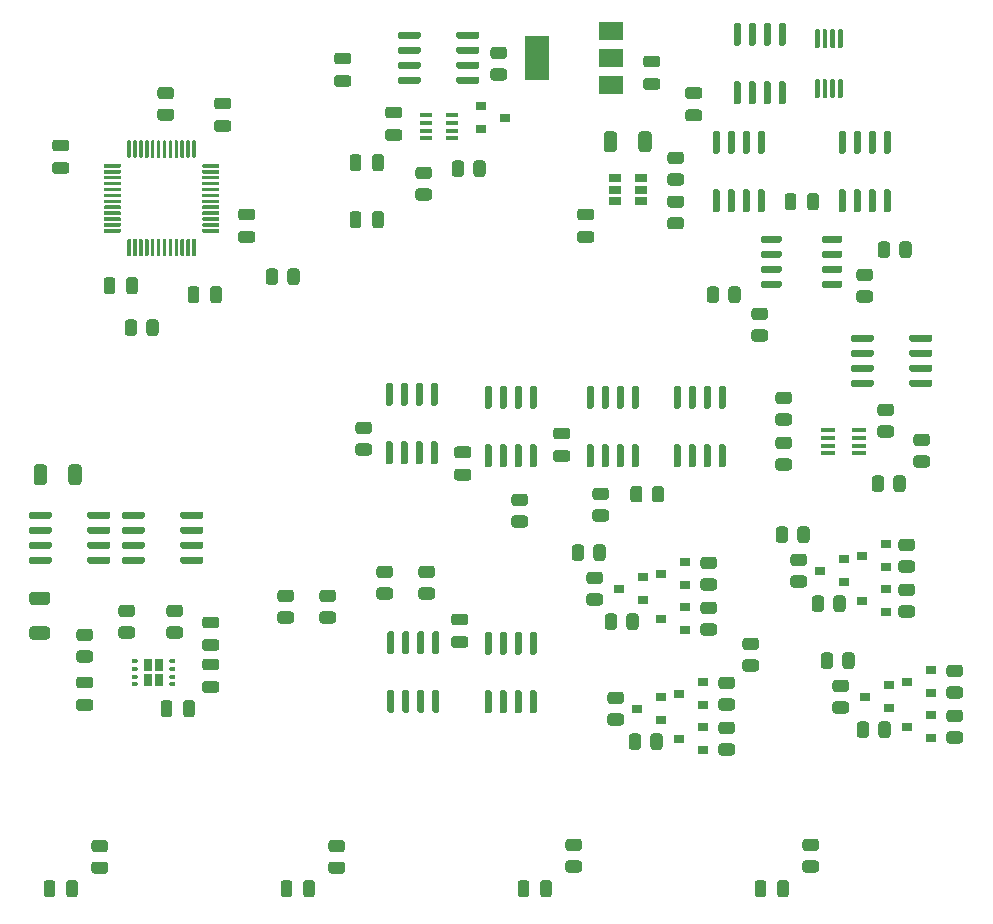
<source format=gbr>
%TF.GenerationSoftware,KiCad,Pcbnew,(5.1.9)-1*%
%TF.CreationDate,2022-01-29T13:33:30-05:00*%
%TF.ProjectId,BatteryMaster,42617474-6572-4794-9d61-737465722e6b,rev?*%
%TF.SameCoordinates,Original*%
%TF.FileFunction,Paste,Bot*%
%TF.FilePolarity,Positive*%
%FSLAX46Y46*%
G04 Gerber Fmt 4.6, Leading zero omitted, Abs format (unit mm)*
G04 Created by KiCad (PCBNEW (5.1.9)-1) date 2022-01-29 13:33:30*
%MOMM*%
%LPD*%
G01*
G04 APERTURE LIST*
%ADD10R,0.900000X0.800000*%
%ADD11R,1.060000X0.650000*%
%ADD12R,2.000000X1.500000*%
%ADD13R,2.000000X3.800000*%
%ADD14O,0.550000X0.300000*%
%ADD15R,0.200000X0.300000*%
%ADD16R,0.650000X1.000000*%
%ADD17R,1.220000X0.400000*%
%ADD18R,1.060000X0.400000*%
G04 APERTURE END LIST*
%TO.C,Q26*%
G36*
G01*
X124992000Y-115801000D02*
X124992000Y-116101000D01*
G75*
G02*
X124842000Y-116251000I-150000J0D01*
G01*
X123192000Y-116251000D01*
G75*
G02*
X123042000Y-116101000I0J150000D01*
G01*
X123042000Y-115801000D01*
G75*
G02*
X123192000Y-115651000I150000J0D01*
G01*
X124842000Y-115651000D01*
G75*
G02*
X124992000Y-115801000I0J-150000D01*
G01*
G37*
G36*
G01*
X124992000Y-117071000D02*
X124992000Y-117371000D01*
G75*
G02*
X124842000Y-117521000I-150000J0D01*
G01*
X123192000Y-117521000D01*
G75*
G02*
X123042000Y-117371000I0J150000D01*
G01*
X123042000Y-117071000D01*
G75*
G02*
X123192000Y-116921000I150000J0D01*
G01*
X124842000Y-116921000D01*
G75*
G02*
X124992000Y-117071000I0J-150000D01*
G01*
G37*
G36*
G01*
X124992000Y-118341000D02*
X124992000Y-118641000D01*
G75*
G02*
X124842000Y-118791000I-150000J0D01*
G01*
X123192000Y-118791000D01*
G75*
G02*
X123042000Y-118641000I0J150000D01*
G01*
X123042000Y-118341000D01*
G75*
G02*
X123192000Y-118191000I150000J0D01*
G01*
X124842000Y-118191000D01*
G75*
G02*
X124992000Y-118341000I0J-150000D01*
G01*
G37*
G36*
G01*
X124992000Y-119611000D02*
X124992000Y-119911000D01*
G75*
G02*
X124842000Y-120061000I-150000J0D01*
G01*
X123192000Y-120061000D01*
G75*
G02*
X123042000Y-119911000I0J150000D01*
G01*
X123042000Y-119611000D01*
G75*
G02*
X123192000Y-119461000I150000J0D01*
G01*
X124842000Y-119461000D01*
G75*
G02*
X124992000Y-119611000I0J-150000D01*
G01*
G37*
G36*
G01*
X129942000Y-119611000D02*
X129942000Y-119911000D01*
G75*
G02*
X129792000Y-120061000I-150000J0D01*
G01*
X128142000Y-120061000D01*
G75*
G02*
X127992000Y-119911000I0J150000D01*
G01*
X127992000Y-119611000D01*
G75*
G02*
X128142000Y-119461000I150000J0D01*
G01*
X129792000Y-119461000D01*
G75*
G02*
X129942000Y-119611000I0J-150000D01*
G01*
G37*
G36*
G01*
X129942000Y-118341000D02*
X129942000Y-118641000D01*
G75*
G02*
X129792000Y-118791000I-150000J0D01*
G01*
X128142000Y-118791000D01*
G75*
G02*
X127992000Y-118641000I0J150000D01*
G01*
X127992000Y-118341000D01*
G75*
G02*
X128142000Y-118191000I150000J0D01*
G01*
X129792000Y-118191000D01*
G75*
G02*
X129942000Y-118341000I0J-150000D01*
G01*
G37*
G36*
G01*
X129942000Y-117071000D02*
X129942000Y-117371000D01*
G75*
G02*
X129792000Y-117521000I-150000J0D01*
G01*
X128142000Y-117521000D01*
G75*
G02*
X127992000Y-117371000I0J150000D01*
G01*
X127992000Y-117071000D01*
G75*
G02*
X128142000Y-116921000I150000J0D01*
G01*
X129792000Y-116921000D01*
G75*
G02*
X129942000Y-117071000I0J-150000D01*
G01*
G37*
G36*
G01*
X129942000Y-115801000D02*
X129942000Y-116101000D01*
G75*
G02*
X129792000Y-116251000I-150000J0D01*
G01*
X128142000Y-116251000D01*
G75*
G02*
X127992000Y-116101000I0J150000D01*
G01*
X127992000Y-115801000D01*
G75*
G02*
X128142000Y-115651000I150000J0D01*
G01*
X129792000Y-115651000D01*
G75*
G02*
X129942000Y-115801000I0J-150000D01*
G01*
G37*
%TD*%
%TO.C,U5*%
G36*
G01*
X181805000Y-79024000D02*
X182005000Y-79024000D01*
G75*
G02*
X182105000Y-79124000I0J-100000D01*
G01*
X182105000Y-80549000D01*
G75*
G02*
X182005000Y-80649000I-100000J0D01*
G01*
X181805000Y-80649000D01*
G75*
G02*
X181705000Y-80549000I0J100000D01*
G01*
X181705000Y-79124000D01*
G75*
G02*
X181805000Y-79024000I100000J0D01*
G01*
G37*
G36*
G01*
X182455000Y-79024000D02*
X182655000Y-79024000D01*
G75*
G02*
X182755000Y-79124000I0J-100000D01*
G01*
X182755000Y-80549000D01*
G75*
G02*
X182655000Y-80649000I-100000J0D01*
G01*
X182455000Y-80649000D01*
G75*
G02*
X182355000Y-80549000I0J100000D01*
G01*
X182355000Y-79124000D01*
G75*
G02*
X182455000Y-79024000I100000J0D01*
G01*
G37*
G36*
G01*
X183105000Y-79024000D02*
X183305000Y-79024000D01*
G75*
G02*
X183405000Y-79124000I0J-100000D01*
G01*
X183405000Y-80549000D01*
G75*
G02*
X183305000Y-80649000I-100000J0D01*
G01*
X183105000Y-80649000D01*
G75*
G02*
X183005000Y-80549000I0J100000D01*
G01*
X183005000Y-79124000D01*
G75*
G02*
X183105000Y-79024000I100000J0D01*
G01*
G37*
G36*
G01*
X183755000Y-79024000D02*
X183955000Y-79024000D01*
G75*
G02*
X184055000Y-79124000I0J-100000D01*
G01*
X184055000Y-80549000D01*
G75*
G02*
X183955000Y-80649000I-100000J0D01*
G01*
X183755000Y-80649000D01*
G75*
G02*
X183655000Y-80549000I0J100000D01*
G01*
X183655000Y-79124000D01*
G75*
G02*
X183755000Y-79024000I100000J0D01*
G01*
G37*
G36*
G01*
X183755000Y-74799000D02*
X183955000Y-74799000D01*
G75*
G02*
X184055000Y-74899000I0J-100000D01*
G01*
X184055000Y-76324000D01*
G75*
G02*
X183955000Y-76424000I-100000J0D01*
G01*
X183755000Y-76424000D01*
G75*
G02*
X183655000Y-76324000I0J100000D01*
G01*
X183655000Y-74899000D01*
G75*
G02*
X183755000Y-74799000I100000J0D01*
G01*
G37*
G36*
G01*
X183105000Y-74799000D02*
X183305000Y-74799000D01*
G75*
G02*
X183405000Y-74899000I0J-100000D01*
G01*
X183405000Y-76324000D01*
G75*
G02*
X183305000Y-76424000I-100000J0D01*
G01*
X183105000Y-76424000D01*
G75*
G02*
X183005000Y-76324000I0J100000D01*
G01*
X183005000Y-74899000D01*
G75*
G02*
X183105000Y-74799000I100000J0D01*
G01*
G37*
G36*
G01*
X182455000Y-74799000D02*
X182655000Y-74799000D01*
G75*
G02*
X182755000Y-74899000I0J-100000D01*
G01*
X182755000Y-76324000D01*
G75*
G02*
X182655000Y-76424000I-100000J0D01*
G01*
X182455000Y-76424000D01*
G75*
G02*
X182355000Y-76324000I0J100000D01*
G01*
X182355000Y-74899000D01*
G75*
G02*
X182455000Y-74799000I100000J0D01*
G01*
G37*
G36*
G01*
X181805000Y-74799000D02*
X182005000Y-74799000D01*
G75*
G02*
X182105000Y-74899000I0J-100000D01*
G01*
X182105000Y-76324000D01*
G75*
G02*
X182005000Y-76424000I-100000J0D01*
G01*
X181805000Y-76424000D01*
G75*
G02*
X181705000Y-76324000I0J100000D01*
G01*
X181705000Y-74899000D01*
G75*
G02*
X181805000Y-74799000I100000J0D01*
G01*
G37*
%TD*%
%TO.C,U4*%
G36*
G01*
X178894000Y-92433000D02*
X178894000Y-92733000D01*
G75*
G02*
X178744000Y-92883000I-150000J0D01*
G01*
X177294000Y-92883000D01*
G75*
G02*
X177144000Y-92733000I0J150000D01*
G01*
X177144000Y-92433000D01*
G75*
G02*
X177294000Y-92283000I150000J0D01*
G01*
X178744000Y-92283000D01*
G75*
G02*
X178894000Y-92433000I0J-150000D01*
G01*
G37*
G36*
G01*
X178894000Y-93703000D02*
X178894000Y-94003000D01*
G75*
G02*
X178744000Y-94153000I-150000J0D01*
G01*
X177294000Y-94153000D01*
G75*
G02*
X177144000Y-94003000I0J150000D01*
G01*
X177144000Y-93703000D01*
G75*
G02*
X177294000Y-93553000I150000J0D01*
G01*
X178744000Y-93553000D01*
G75*
G02*
X178894000Y-93703000I0J-150000D01*
G01*
G37*
G36*
G01*
X178894000Y-94973000D02*
X178894000Y-95273000D01*
G75*
G02*
X178744000Y-95423000I-150000J0D01*
G01*
X177294000Y-95423000D01*
G75*
G02*
X177144000Y-95273000I0J150000D01*
G01*
X177144000Y-94973000D01*
G75*
G02*
X177294000Y-94823000I150000J0D01*
G01*
X178744000Y-94823000D01*
G75*
G02*
X178894000Y-94973000I0J-150000D01*
G01*
G37*
G36*
G01*
X178894000Y-96243000D02*
X178894000Y-96543000D01*
G75*
G02*
X178744000Y-96693000I-150000J0D01*
G01*
X177294000Y-96693000D01*
G75*
G02*
X177144000Y-96543000I0J150000D01*
G01*
X177144000Y-96243000D01*
G75*
G02*
X177294000Y-96093000I150000J0D01*
G01*
X178744000Y-96093000D01*
G75*
G02*
X178894000Y-96243000I0J-150000D01*
G01*
G37*
G36*
G01*
X184044000Y-96243000D02*
X184044000Y-96543000D01*
G75*
G02*
X183894000Y-96693000I-150000J0D01*
G01*
X182444000Y-96693000D01*
G75*
G02*
X182294000Y-96543000I0J150000D01*
G01*
X182294000Y-96243000D01*
G75*
G02*
X182444000Y-96093000I150000J0D01*
G01*
X183894000Y-96093000D01*
G75*
G02*
X184044000Y-96243000I0J-150000D01*
G01*
G37*
G36*
G01*
X184044000Y-94973000D02*
X184044000Y-95273000D01*
G75*
G02*
X183894000Y-95423000I-150000J0D01*
G01*
X182444000Y-95423000D01*
G75*
G02*
X182294000Y-95273000I0J150000D01*
G01*
X182294000Y-94973000D01*
G75*
G02*
X182444000Y-94823000I150000J0D01*
G01*
X183894000Y-94823000D01*
G75*
G02*
X184044000Y-94973000I0J-150000D01*
G01*
G37*
G36*
G01*
X184044000Y-93703000D02*
X184044000Y-94003000D01*
G75*
G02*
X183894000Y-94153000I-150000J0D01*
G01*
X182444000Y-94153000D01*
G75*
G02*
X182294000Y-94003000I0J150000D01*
G01*
X182294000Y-93703000D01*
G75*
G02*
X182444000Y-93553000I150000J0D01*
G01*
X183894000Y-93553000D01*
G75*
G02*
X184044000Y-93703000I0J-150000D01*
G01*
G37*
G36*
G01*
X184044000Y-92433000D02*
X184044000Y-92733000D01*
G75*
G02*
X183894000Y-92883000I-150000J0D01*
G01*
X182444000Y-92883000D01*
G75*
G02*
X182294000Y-92733000I0J150000D01*
G01*
X182294000Y-92433000D01*
G75*
G02*
X182444000Y-92283000I150000J0D01*
G01*
X183894000Y-92283000D01*
G75*
G02*
X184044000Y-92433000I0J-150000D01*
G01*
G37*
%TD*%
%TO.C,Q4*%
G36*
G01*
X174983000Y-79224000D02*
X175283000Y-79224000D01*
G75*
G02*
X175433000Y-79374000I0J-150000D01*
G01*
X175433000Y-81024000D01*
G75*
G02*
X175283000Y-81174000I-150000J0D01*
G01*
X174983000Y-81174000D01*
G75*
G02*
X174833000Y-81024000I0J150000D01*
G01*
X174833000Y-79374000D01*
G75*
G02*
X174983000Y-79224000I150000J0D01*
G01*
G37*
G36*
G01*
X176253000Y-79224000D02*
X176553000Y-79224000D01*
G75*
G02*
X176703000Y-79374000I0J-150000D01*
G01*
X176703000Y-81024000D01*
G75*
G02*
X176553000Y-81174000I-150000J0D01*
G01*
X176253000Y-81174000D01*
G75*
G02*
X176103000Y-81024000I0J150000D01*
G01*
X176103000Y-79374000D01*
G75*
G02*
X176253000Y-79224000I150000J0D01*
G01*
G37*
G36*
G01*
X177523000Y-79224000D02*
X177823000Y-79224000D01*
G75*
G02*
X177973000Y-79374000I0J-150000D01*
G01*
X177973000Y-81024000D01*
G75*
G02*
X177823000Y-81174000I-150000J0D01*
G01*
X177523000Y-81174000D01*
G75*
G02*
X177373000Y-81024000I0J150000D01*
G01*
X177373000Y-79374000D01*
G75*
G02*
X177523000Y-79224000I150000J0D01*
G01*
G37*
G36*
G01*
X178793000Y-79224000D02*
X179093000Y-79224000D01*
G75*
G02*
X179243000Y-79374000I0J-150000D01*
G01*
X179243000Y-81024000D01*
G75*
G02*
X179093000Y-81174000I-150000J0D01*
G01*
X178793000Y-81174000D01*
G75*
G02*
X178643000Y-81024000I0J150000D01*
G01*
X178643000Y-79374000D01*
G75*
G02*
X178793000Y-79224000I150000J0D01*
G01*
G37*
G36*
G01*
X178793000Y-74274000D02*
X179093000Y-74274000D01*
G75*
G02*
X179243000Y-74424000I0J-150000D01*
G01*
X179243000Y-76074000D01*
G75*
G02*
X179093000Y-76224000I-150000J0D01*
G01*
X178793000Y-76224000D01*
G75*
G02*
X178643000Y-76074000I0J150000D01*
G01*
X178643000Y-74424000D01*
G75*
G02*
X178793000Y-74274000I150000J0D01*
G01*
G37*
G36*
G01*
X177523000Y-74274000D02*
X177823000Y-74274000D01*
G75*
G02*
X177973000Y-74424000I0J-150000D01*
G01*
X177973000Y-76074000D01*
G75*
G02*
X177823000Y-76224000I-150000J0D01*
G01*
X177523000Y-76224000D01*
G75*
G02*
X177373000Y-76074000I0J150000D01*
G01*
X177373000Y-74424000D01*
G75*
G02*
X177523000Y-74274000I150000J0D01*
G01*
G37*
G36*
G01*
X176253000Y-74274000D02*
X176553000Y-74274000D01*
G75*
G02*
X176703000Y-74424000I0J-150000D01*
G01*
X176703000Y-76074000D01*
G75*
G02*
X176553000Y-76224000I-150000J0D01*
G01*
X176253000Y-76224000D01*
G75*
G02*
X176103000Y-76074000I0J150000D01*
G01*
X176103000Y-74424000D01*
G75*
G02*
X176253000Y-74274000I150000J0D01*
G01*
G37*
G36*
G01*
X174983000Y-74274000D02*
X175283000Y-74274000D01*
G75*
G02*
X175433000Y-74424000I0J-150000D01*
G01*
X175433000Y-76074000D01*
G75*
G02*
X175283000Y-76224000I-150000J0D01*
G01*
X174983000Y-76224000D01*
G75*
G02*
X174833000Y-76074000I0J150000D01*
G01*
X174833000Y-74424000D01*
G75*
G02*
X174983000Y-74274000I150000J0D01*
G01*
G37*
%TD*%
%TO.C,C9*%
G36*
G01*
X170975000Y-81598000D02*
X171925000Y-81598000D01*
G75*
G02*
X172175000Y-81848000I0J-250000D01*
G01*
X172175000Y-82348000D01*
G75*
G02*
X171925000Y-82598000I-250000J0D01*
G01*
X170975000Y-82598000D01*
G75*
G02*
X170725000Y-82348000I0J250000D01*
G01*
X170725000Y-81848000D01*
G75*
G02*
X170975000Y-81598000I250000J0D01*
G01*
G37*
G36*
G01*
X170975000Y-79698000D02*
X171925000Y-79698000D01*
G75*
G02*
X172175000Y-79948000I0J-250000D01*
G01*
X172175000Y-80448000D01*
G75*
G02*
X171925000Y-80698000I-250000J0D01*
G01*
X170975000Y-80698000D01*
G75*
G02*
X170725000Y-80448000I0J250000D01*
G01*
X170725000Y-79948000D01*
G75*
G02*
X170975000Y-79698000I250000J0D01*
G01*
G37*
%TD*%
D10*
%TO.C,Q25*%
X168672000Y-124714000D03*
X170672000Y-125664000D03*
X170672000Y-123764000D03*
%TD*%
%TO.C,Q24*%
X165116000Y-122174000D03*
X167116000Y-123124000D03*
X167116000Y-121224000D03*
%TD*%
%TO.C,Q22*%
X189500000Y-133858000D03*
X191500000Y-134808000D03*
X191500000Y-132908000D03*
%TD*%
%TO.C,Q21*%
X185944000Y-131318000D03*
X187944000Y-132268000D03*
X187944000Y-130368000D03*
%TD*%
%TO.C,Q19*%
X185690000Y-123190000D03*
X187690000Y-124140000D03*
X187690000Y-122240000D03*
%TD*%
%TO.C,Q18*%
X182134000Y-120650000D03*
X184134000Y-121600000D03*
X184134000Y-119700000D03*
%TD*%
%TO.C,Q16*%
X170196000Y-134874000D03*
X172196000Y-135824000D03*
X172196000Y-133924000D03*
%TD*%
%TO.C,Q15*%
X166640000Y-132334000D03*
X168640000Y-133284000D03*
X168640000Y-131384000D03*
%TD*%
D11*
%TO.C,U2*%
X166962000Y-88392000D03*
X166962000Y-89342000D03*
X166962000Y-87442000D03*
X164762000Y-87442000D03*
X164762000Y-88392000D03*
X164762000Y-89342000D03*
%TD*%
D12*
%TO.C,U1*%
X164440000Y-74916000D03*
X164440000Y-79516000D03*
X164440000Y-77216000D03*
D13*
X158140000Y-77216000D03*
%TD*%
%TO.C,R25*%
G36*
G01*
X167913000Y-114623001D02*
X167913000Y-113722999D01*
G75*
G02*
X168162999Y-113473000I249999J0D01*
G01*
X168688001Y-113473000D01*
G75*
G02*
X168938000Y-113722999I0J-249999D01*
G01*
X168938000Y-114623001D01*
G75*
G02*
X168688001Y-114873000I-249999J0D01*
G01*
X168162999Y-114873000D01*
G75*
G02*
X167913000Y-114623001I0J249999D01*
G01*
G37*
G36*
G01*
X166088000Y-114623001D02*
X166088000Y-113722999D01*
G75*
G02*
X166337999Y-113473000I249999J0D01*
G01*
X166863001Y-113473000D01*
G75*
G02*
X167113000Y-113722999I0J-249999D01*
G01*
X167113000Y-114623001D01*
G75*
G02*
X166863001Y-114873000I-249999J0D01*
G01*
X166337999Y-114873000D01*
G75*
G02*
X166088000Y-114623001I0J249999D01*
G01*
G37*
%TD*%
%TO.C,R23*%
G36*
G01*
X163125999Y-115462000D02*
X164026001Y-115462000D01*
G75*
G02*
X164276000Y-115711999I0J-249999D01*
G01*
X164276000Y-116237001D01*
G75*
G02*
X164026001Y-116487000I-249999J0D01*
G01*
X163125999Y-116487000D01*
G75*
G02*
X162876000Y-116237001I0J249999D01*
G01*
X162876000Y-115711999D01*
G75*
G02*
X163125999Y-115462000I249999J0D01*
G01*
G37*
G36*
G01*
X163125999Y-113637000D02*
X164026001Y-113637000D01*
G75*
G02*
X164276000Y-113886999I0J-249999D01*
G01*
X164276000Y-114412001D01*
G75*
G02*
X164026001Y-114662000I-249999J0D01*
G01*
X163125999Y-114662000D01*
G75*
G02*
X162876000Y-114412001I0J249999D01*
G01*
X162876000Y-113886999D01*
G75*
G02*
X163125999Y-113637000I249999J0D01*
G01*
G37*
%TD*%
%TO.C,R12*%
G36*
G01*
X176587999Y-100222000D02*
X177488001Y-100222000D01*
G75*
G02*
X177738000Y-100471999I0J-249999D01*
G01*
X177738000Y-100997001D01*
G75*
G02*
X177488001Y-101247000I-249999J0D01*
G01*
X176587999Y-101247000D01*
G75*
G02*
X176338000Y-100997001I0J249999D01*
G01*
X176338000Y-100471999D01*
G75*
G02*
X176587999Y-100222000I249999J0D01*
G01*
G37*
G36*
G01*
X176587999Y-98397000D02*
X177488001Y-98397000D01*
G75*
G02*
X177738000Y-98646999I0J-249999D01*
G01*
X177738000Y-99172001D01*
G75*
G02*
X177488001Y-99422000I-249999J0D01*
G01*
X176587999Y-99422000D01*
G75*
G02*
X176338000Y-99172001I0J249999D01*
G01*
X176338000Y-98646999D01*
G75*
G02*
X176587999Y-98397000I249999J0D01*
G01*
G37*
%TD*%
%TO.C,R11*%
G36*
G01*
X174390000Y-97732001D02*
X174390000Y-96831999D01*
G75*
G02*
X174639999Y-96582000I249999J0D01*
G01*
X175165001Y-96582000D01*
G75*
G02*
X175415000Y-96831999I0J-249999D01*
G01*
X175415000Y-97732001D01*
G75*
G02*
X175165001Y-97982000I-249999J0D01*
G01*
X174639999Y-97982000D01*
G75*
G02*
X174390000Y-97732001I0J249999D01*
G01*
G37*
G36*
G01*
X172565000Y-97732001D02*
X172565000Y-96831999D01*
G75*
G02*
X172814999Y-96582000I249999J0D01*
G01*
X173340001Y-96582000D01*
G75*
G02*
X173590000Y-96831999I0J-249999D01*
G01*
X173590000Y-97732001D01*
G75*
G02*
X173340001Y-97982000I-249999J0D01*
G01*
X172814999Y-97982000D01*
G75*
G02*
X172565000Y-97732001I0J249999D01*
G01*
G37*
%TD*%
%TO.C,R7*%
G36*
G01*
X188868000Y-93922001D02*
X188868000Y-93021999D01*
G75*
G02*
X189117999Y-92772000I249999J0D01*
G01*
X189643001Y-92772000D01*
G75*
G02*
X189893000Y-93021999I0J-249999D01*
G01*
X189893000Y-93922001D01*
G75*
G02*
X189643001Y-94172000I-249999J0D01*
G01*
X189117999Y-94172000D01*
G75*
G02*
X188868000Y-93922001I0J249999D01*
G01*
G37*
G36*
G01*
X187043000Y-93922001D02*
X187043000Y-93021999D01*
G75*
G02*
X187292999Y-92772000I249999J0D01*
G01*
X187818001Y-92772000D01*
G75*
G02*
X188068000Y-93021999I0J-249999D01*
G01*
X188068000Y-93922001D01*
G75*
G02*
X187818001Y-94172000I-249999J0D01*
G01*
X187292999Y-94172000D01*
G75*
G02*
X187043000Y-93922001I0J249999D01*
G01*
G37*
%TD*%
%TO.C,R6*%
G36*
G01*
X186378001Y-96120000D02*
X185477999Y-96120000D01*
G75*
G02*
X185228000Y-95870001I0J249999D01*
G01*
X185228000Y-95344999D01*
G75*
G02*
X185477999Y-95095000I249999J0D01*
G01*
X186378001Y-95095000D01*
G75*
G02*
X186628000Y-95344999I0J-249999D01*
G01*
X186628000Y-95870001D01*
G75*
G02*
X186378001Y-96120000I-249999J0D01*
G01*
G37*
G36*
G01*
X186378001Y-97945000D02*
X185477999Y-97945000D01*
G75*
G02*
X185228000Y-97695001I0J249999D01*
G01*
X185228000Y-97169999D01*
G75*
G02*
X185477999Y-96920000I249999J0D01*
G01*
X186378001Y-96920000D01*
G75*
G02*
X186628000Y-97169999I0J-249999D01*
G01*
X186628000Y-97695001D01*
G75*
G02*
X186378001Y-97945000I-249999J0D01*
G01*
G37*
%TD*%
%TO.C,R5*%
G36*
G01*
X169475999Y-90720500D02*
X170376001Y-90720500D01*
G75*
G02*
X170626000Y-90970499I0J-249999D01*
G01*
X170626000Y-91495501D01*
G75*
G02*
X170376001Y-91745500I-249999J0D01*
G01*
X169475999Y-91745500D01*
G75*
G02*
X169226000Y-91495501I0J249999D01*
G01*
X169226000Y-90970499D01*
G75*
G02*
X169475999Y-90720500I249999J0D01*
G01*
G37*
G36*
G01*
X169475999Y-88895500D02*
X170376001Y-88895500D01*
G75*
G02*
X170626000Y-89145499I0J-249999D01*
G01*
X170626000Y-89670501D01*
G75*
G02*
X170376001Y-89920500I-249999J0D01*
G01*
X169475999Y-89920500D01*
G75*
G02*
X169226000Y-89670501I0J249999D01*
G01*
X169226000Y-89145499D01*
G75*
G02*
X169475999Y-88895500I249999J0D01*
G01*
G37*
%TD*%
%TO.C,R4*%
G36*
G01*
X170376001Y-86214000D02*
X169475999Y-86214000D01*
G75*
G02*
X169226000Y-85964001I0J249999D01*
G01*
X169226000Y-85438999D01*
G75*
G02*
X169475999Y-85189000I249999J0D01*
G01*
X170376001Y-85189000D01*
G75*
G02*
X170626000Y-85438999I0J-249999D01*
G01*
X170626000Y-85964001D01*
G75*
G02*
X170376001Y-86214000I-249999J0D01*
G01*
G37*
G36*
G01*
X170376001Y-88039000D02*
X169475999Y-88039000D01*
G75*
G02*
X169226000Y-87789001I0J249999D01*
G01*
X169226000Y-87263999D01*
G75*
G02*
X169475999Y-87014000I249999J0D01*
G01*
X170376001Y-87014000D01*
G75*
G02*
X170626000Y-87263999I0J-249999D01*
G01*
X170626000Y-87789001D01*
G75*
G02*
X170376001Y-88039000I-249999J0D01*
G01*
G37*
%TD*%
%TO.C,R1*%
G36*
G01*
X164962000Y-83702999D02*
X164962000Y-84953001D01*
G75*
G02*
X164712001Y-85203000I-249999J0D01*
G01*
X164086999Y-85203000D01*
G75*
G02*
X163837000Y-84953001I0J249999D01*
G01*
X163837000Y-83702999D01*
G75*
G02*
X164086999Y-83453000I249999J0D01*
G01*
X164712001Y-83453000D01*
G75*
G02*
X164962000Y-83702999I0J-249999D01*
G01*
G37*
G36*
G01*
X167887000Y-83702999D02*
X167887000Y-84953001D01*
G75*
G02*
X167637001Y-85203000I-249999J0D01*
G01*
X167011999Y-85203000D01*
G75*
G02*
X166762000Y-84953001I0J249999D01*
G01*
X166762000Y-83702999D01*
G75*
G02*
X167011999Y-83453000I249999J0D01*
G01*
X167637001Y-83453000D01*
G75*
G02*
X167887000Y-83702999I0J-249999D01*
G01*
G37*
%TD*%
%TO.C,Q9*%
G36*
G01*
X166647000Y-106958000D02*
X166347000Y-106958000D01*
G75*
G02*
X166197000Y-106808000I0J150000D01*
G01*
X166197000Y-105158000D01*
G75*
G02*
X166347000Y-105008000I150000J0D01*
G01*
X166647000Y-105008000D01*
G75*
G02*
X166797000Y-105158000I0J-150000D01*
G01*
X166797000Y-106808000D01*
G75*
G02*
X166647000Y-106958000I-150000J0D01*
G01*
G37*
G36*
G01*
X165377000Y-106958000D02*
X165077000Y-106958000D01*
G75*
G02*
X164927000Y-106808000I0J150000D01*
G01*
X164927000Y-105158000D01*
G75*
G02*
X165077000Y-105008000I150000J0D01*
G01*
X165377000Y-105008000D01*
G75*
G02*
X165527000Y-105158000I0J-150000D01*
G01*
X165527000Y-106808000D01*
G75*
G02*
X165377000Y-106958000I-150000J0D01*
G01*
G37*
G36*
G01*
X164107000Y-106958000D02*
X163807000Y-106958000D01*
G75*
G02*
X163657000Y-106808000I0J150000D01*
G01*
X163657000Y-105158000D01*
G75*
G02*
X163807000Y-105008000I150000J0D01*
G01*
X164107000Y-105008000D01*
G75*
G02*
X164257000Y-105158000I0J-150000D01*
G01*
X164257000Y-106808000D01*
G75*
G02*
X164107000Y-106958000I-150000J0D01*
G01*
G37*
G36*
G01*
X162837000Y-106958000D02*
X162537000Y-106958000D01*
G75*
G02*
X162387000Y-106808000I0J150000D01*
G01*
X162387000Y-105158000D01*
G75*
G02*
X162537000Y-105008000I150000J0D01*
G01*
X162837000Y-105008000D01*
G75*
G02*
X162987000Y-105158000I0J-150000D01*
G01*
X162987000Y-106808000D01*
G75*
G02*
X162837000Y-106958000I-150000J0D01*
G01*
G37*
G36*
G01*
X162837000Y-111908000D02*
X162537000Y-111908000D01*
G75*
G02*
X162387000Y-111758000I0J150000D01*
G01*
X162387000Y-110108000D01*
G75*
G02*
X162537000Y-109958000I150000J0D01*
G01*
X162837000Y-109958000D01*
G75*
G02*
X162987000Y-110108000I0J-150000D01*
G01*
X162987000Y-111758000D01*
G75*
G02*
X162837000Y-111908000I-150000J0D01*
G01*
G37*
G36*
G01*
X164107000Y-111908000D02*
X163807000Y-111908000D01*
G75*
G02*
X163657000Y-111758000I0J150000D01*
G01*
X163657000Y-110108000D01*
G75*
G02*
X163807000Y-109958000I150000J0D01*
G01*
X164107000Y-109958000D01*
G75*
G02*
X164257000Y-110108000I0J-150000D01*
G01*
X164257000Y-111758000D01*
G75*
G02*
X164107000Y-111908000I-150000J0D01*
G01*
G37*
G36*
G01*
X165377000Y-111908000D02*
X165077000Y-111908000D01*
G75*
G02*
X164927000Y-111758000I0J150000D01*
G01*
X164927000Y-110108000D01*
G75*
G02*
X165077000Y-109958000I150000J0D01*
G01*
X165377000Y-109958000D01*
G75*
G02*
X165527000Y-110108000I0J-150000D01*
G01*
X165527000Y-111758000D01*
G75*
G02*
X165377000Y-111908000I-150000J0D01*
G01*
G37*
G36*
G01*
X166647000Y-111908000D02*
X166347000Y-111908000D01*
G75*
G02*
X166197000Y-111758000I0J150000D01*
G01*
X166197000Y-110108000D01*
G75*
G02*
X166347000Y-109958000I150000J0D01*
G01*
X166647000Y-109958000D01*
G75*
G02*
X166797000Y-110108000I0J-150000D01*
G01*
X166797000Y-111758000D01*
G75*
G02*
X166647000Y-111908000I-150000J0D01*
G01*
G37*
%TD*%
%TO.C,Q8*%
G36*
G01*
X174013000Y-106958000D02*
X173713000Y-106958000D01*
G75*
G02*
X173563000Y-106808000I0J150000D01*
G01*
X173563000Y-105158000D01*
G75*
G02*
X173713000Y-105008000I150000J0D01*
G01*
X174013000Y-105008000D01*
G75*
G02*
X174163000Y-105158000I0J-150000D01*
G01*
X174163000Y-106808000D01*
G75*
G02*
X174013000Y-106958000I-150000J0D01*
G01*
G37*
G36*
G01*
X172743000Y-106958000D02*
X172443000Y-106958000D01*
G75*
G02*
X172293000Y-106808000I0J150000D01*
G01*
X172293000Y-105158000D01*
G75*
G02*
X172443000Y-105008000I150000J0D01*
G01*
X172743000Y-105008000D01*
G75*
G02*
X172893000Y-105158000I0J-150000D01*
G01*
X172893000Y-106808000D01*
G75*
G02*
X172743000Y-106958000I-150000J0D01*
G01*
G37*
G36*
G01*
X171473000Y-106958000D02*
X171173000Y-106958000D01*
G75*
G02*
X171023000Y-106808000I0J150000D01*
G01*
X171023000Y-105158000D01*
G75*
G02*
X171173000Y-105008000I150000J0D01*
G01*
X171473000Y-105008000D01*
G75*
G02*
X171623000Y-105158000I0J-150000D01*
G01*
X171623000Y-106808000D01*
G75*
G02*
X171473000Y-106958000I-150000J0D01*
G01*
G37*
G36*
G01*
X170203000Y-106958000D02*
X169903000Y-106958000D01*
G75*
G02*
X169753000Y-106808000I0J150000D01*
G01*
X169753000Y-105158000D01*
G75*
G02*
X169903000Y-105008000I150000J0D01*
G01*
X170203000Y-105008000D01*
G75*
G02*
X170353000Y-105158000I0J-150000D01*
G01*
X170353000Y-106808000D01*
G75*
G02*
X170203000Y-106958000I-150000J0D01*
G01*
G37*
G36*
G01*
X170203000Y-111908000D02*
X169903000Y-111908000D01*
G75*
G02*
X169753000Y-111758000I0J150000D01*
G01*
X169753000Y-110108000D01*
G75*
G02*
X169903000Y-109958000I150000J0D01*
G01*
X170203000Y-109958000D01*
G75*
G02*
X170353000Y-110108000I0J-150000D01*
G01*
X170353000Y-111758000D01*
G75*
G02*
X170203000Y-111908000I-150000J0D01*
G01*
G37*
G36*
G01*
X171473000Y-111908000D02*
X171173000Y-111908000D01*
G75*
G02*
X171023000Y-111758000I0J150000D01*
G01*
X171023000Y-110108000D01*
G75*
G02*
X171173000Y-109958000I150000J0D01*
G01*
X171473000Y-109958000D01*
G75*
G02*
X171623000Y-110108000I0J-150000D01*
G01*
X171623000Y-111758000D01*
G75*
G02*
X171473000Y-111908000I-150000J0D01*
G01*
G37*
G36*
G01*
X172743000Y-111908000D02*
X172443000Y-111908000D01*
G75*
G02*
X172293000Y-111758000I0J150000D01*
G01*
X172293000Y-110108000D01*
G75*
G02*
X172443000Y-109958000I150000J0D01*
G01*
X172743000Y-109958000D01*
G75*
G02*
X172893000Y-110108000I0J-150000D01*
G01*
X172893000Y-111758000D01*
G75*
G02*
X172743000Y-111908000I-150000J0D01*
G01*
G37*
G36*
G01*
X174013000Y-111908000D02*
X173713000Y-111908000D01*
G75*
G02*
X173563000Y-111758000I0J150000D01*
G01*
X173563000Y-110108000D01*
G75*
G02*
X173713000Y-109958000I150000J0D01*
G01*
X174013000Y-109958000D01*
G75*
G02*
X174163000Y-110108000I0J-150000D01*
G01*
X174163000Y-111758000D01*
G75*
G02*
X174013000Y-111908000I-150000J0D01*
G01*
G37*
%TD*%
%TO.C,C13*%
G36*
G01*
X159799000Y-110432000D02*
X160749000Y-110432000D01*
G75*
G02*
X160999000Y-110682000I0J-250000D01*
G01*
X160999000Y-111182000D01*
G75*
G02*
X160749000Y-111432000I-250000J0D01*
G01*
X159799000Y-111432000D01*
G75*
G02*
X159549000Y-111182000I0J250000D01*
G01*
X159549000Y-110682000D01*
G75*
G02*
X159799000Y-110432000I250000J0D01*
G01*
G37*
G36*
G01*
X159799000Y-108532000D02*
X160749000Y-108532000D01*
G75*
G02*
X160999000Y-108782000I0J-250000D01*
G01*
X160999000Y-109282000D01*
G75*
G02*
X160749000Y-109532000I-250000J0D01*
G01*
X159799000Y-109532000D01*
G75*
G02*
X159549000Y-109282000I0J250000D01*
G01*
X159549000Y-108782000D01*
G75*
G02*
X159799000Y-108532000I250000J0D01*
G01*
G37*
%TD*%
%TO.C,C7*%
G36*
G01*
X181044000Y-89883000D02*
X181044000Y-88933000D01*
G75*
G02*
X181294000Y-88683000I250000J0D01*
G01*
X181794000Y-88683000D01*
G75*
G02*
X182044000Y-88933000I0J-250000D01*
G01*
X182044000Y-89883000D01*
G75*
G02*
X181794000Y-90133000I-250000J0D01*
G01*
X181294000Y-90133000D01*
G75*
G02*
X181044000Y-89883000I0J250000D01*
G01*
G37*
G36*
G01*
X179144000Y-89883000D02*
X179144000Y-88933000D01*
G75*
G02*
X179394000Y-88683000I250000J0D01*
G01*
X179894000Y-88683000D01*
G75*
G02*
X180144000Y-88933000I0J-250000D01*
G01*
X180144000Y-89883000D01*
G75*
G02*
X179894000Y-90133000I-250000J0D01*
G01*
X179394000Y-90133000D01*
G75*
G02*
X179144000Y-89883000I0J250000D01*
G01*
G37*
%TD*%
%TO.C,C2*%
G36*
G01*
X162781000Y-90990000D02*
X161831000Y-90990000D01*
G75*
G02*
X161581000Y-90740000I0J250000D01*
G01*
X161581000Y-90240000D01*
G75*
G02*
X161831000Y-89990000I250000J0D01*
G01*
X162781000Y-89990000D01*
G75*
G02*
X163031000Y-90240000I0J-250000D01*
G01*
X163031000Y-90740000D01*
G75*
G02*
X162781000Y-90990000I-250000J0D01*
G01*
G37*
G36*
G01*
X162781000Y-92890000D02*
X161831000Y-92890000D01*
G75*
G02*
X161581000Y-92640000I0J250000D01*
G01*
X161581000Y-92140000D01*
G75*
G02*
X161831000Y-91890000I250000J0D01*
G01*
X162781000Y-91890000D01*
G75*
G02*
X163031000Y-92140000I0J-250000D01*
G01*
X163031000Y-92640000D01*
G75*
G02*
X162781000Y-92890000I-250000J0D01*
G01*
G37*
%TD*%
%TO.C,C1*%
G36*
G01*
X168369000Y-78036000D02*
X167419000Y-78036000D01*
G75*
G02*
X167169000Y-77786000I0J250000D01*
G01*
X167169000Y-77286000D01*
G75*
G02*
X167419000Y-77036000I250000J0D01*
G01*
X168369000Y-77036000D01*
G75*
G02*
X168619000Y-77286000I0J-250000D01*
G01*
X168619000Y-77786000D01*
G75*
G02*
X168369000Y-78036000I-250000J0D01*
G01*
G37*
G36*
G01*
X168369000Y-79936000D02*
X167419000Y-79936000D01*
G75*
G02*
X167169000Y-79686000I0J250000D01*
G01*
X167169000Y-79186000D01*
G75*
G02*
X167419000Y-78936000I250000J0D01*
G01*
X168369000Y-78936000D01*
G75*
G02*
X168619000Y-79186000I0J-250000D01*
G01*
X168619000Y-79686000D01*
G75*
G02*
X168369000Y-79936000I-250000J0D01*
G01*
G37*
%TD*%
D14*
%TO.C,U3*%
X124180000Y-128311000D03*
X124180000Y-128961000D03*
D15*
X123980000Y-129611000D03*
X123980000Y-130261000D03*
X127480000Y-130261000D03*
D14*
X127280000Y-129611000D03*
D15*
X127480000Y-128961000D03*
X127480000Y-128311000D03*
D16*
X125280000Y-129911000D03*
X126180000Y-129911000D03*
X125280000Y-128661000D03*
X126180000Y-128661000D03*
D15*
X123980000Y-128311000D03*
X123980000Y-128961000D03*
D14*
X124180000Y-129611000D03*
X124180000Y-130261000D03*
X127280000Y-130261000D03*
D15*
X127480000Y-129611000D03*
D14*
X127280000Y-128961000D03*
X127280000Y-128311000D03*
%TD*%
%TO.C,U8*%
G36*
G01*
X129293500Y-84301000D02*
X129293500Y-85626000D01*
G75*
G02*
X129218500Y-85701000I-75000J0D01*
G01*
X129068500Y-85701000D01*
G75*
G02*
X128993500Y-85626000I0J75000D01*
G01*
X128993500Y-84301000D01*
G75*
G02*
X129068500Y-84226000I75000J0D01*
G01*
X129218500Y-84226000D01*
G75*
G02*
X129293500Y-84301000I0J-75000D01*
G01*
G37*
G36*
G01*
X128793500Y-84301000D02*
X128793500Y-85626000D01*
G75*
G02*
X128718500Y-85701000I-75000J0D01*
G01*
X128568500Y-85701000D01*
G75*
G02*
X128493500Y-85626000I0J75000D01*
G01*
X128493500Y-84301000D01*
G75*
G02*
X128568500Y-84226000I75000J0D01*
G01*
X128718500Y-84226000D01*
G75*
G02*
X128793500Y-84301000I0J-75000D01*
G01*
G37*
G36*
G01*
X128293500Y-84301000D02*
X128293500Y-85626000D01*
G75*
G02*
X128218500Y-85701000I-75000J0D01*
G01*
X128068500Y-85701000D01*
G75*
G02*
X127993500Y-85626000I0J75000D01*
G01*
X127993500Y-84301000D01*
G75*
G02*
X128068500Y-84226000I75000J0D01*
G01*
X128218500Y-84226000D01*
G75*
G02*
X128293500Y-84301000I0J-75000D01*
G01*
G37*
G36*
G01*
X127793500Y-84301000D02*
X127793500Y-85626000D01*
G75*
G02*
X127718500Y-85701000I-75000J0D01*
G01*
X127568500Y-85701000D01*
G75*
G02*
X127493500Y-85626000I0J75000D01*
G01*
X127493500Y-84301000D01*
G75*
G02*
X127568500Y-84226000I75000J0D01*
G01*
X127718500Y-84226000D01*
G75*
G02*
X127793500Y-84301000I0J-75000D01*
G01*
G37*
G36*
G01*
X127293500Y-84301000D02*
X127293500Y-85626000D01*
G75*
G02*
X127218500Y-85701000I-75000J0D01*
G01*
X127068500Y-85701000D01*
G75*
G02*
X126993500Y-85626000I0J75000D01*
G01*
X126993500Y-84301000D01*
G75*
G02*
X127068500Y-84226000I75000J0D01*
G01*
X127218500Y-84226000D01*
G75*
G02*
X127293500Y-84301000I0J-75000D01*
G01*
G37*
G36*
G01*
X126793500Y-84301000D02*
X126793500Y-85626000D01*
G75*
G02*
X126718500Y-85701000I-75000J0D01*
G01*
X126568500Y-85701000D01*
G75*
G02*
X126493500Y-85626000I0J75000D01*
G01*
X126493500Y-84301000D01*
G75*
G02*
X126568500Y-84226000I75000J0D01*
G01*
X126718500Y-84226000D01*
G75*
G02*
X126793500Y-84301000I0J-75000D01*
G01*
G37*
G36*
G01*
X126293500Y-84301000D02*
X126293500Y-85626000D01*
G75*
G02*
X126218500Y-85701000I-75000J0D01*
G01*
X126068500Y-85701000D01*
G75*
G02*
X125993500Y-85626000I0J75000D01*
G01*
X125993500Y-84301000D01*
G75*
G02*
X126068500Y-84226000I75000J0D01*
G01*
X126218500Y-84226000D01*
G75*
G02*
X126293500Y-84301000I0J-75000D01*
G01*
G37*
G36*
G01*
X125793500Y-84301000D02*
X125793500Y-85626000D01*
G75*
G02*
X125718500Y-85701000I-75000J0D01*
G01*
X125568500Y-85701000D01*
G75*
G02*
X125493500Y-85626000I0J75000D01*
G01*
X125493500Y-84301000D01*
G75*
G02*
X125568500Y-84226000I75000J0D01*
G01*
X125718500Y-84226000D01*
G75*
G02*
X125793500Y-84301000I0J-75000D01*
G01*
G37*
G36*
G01*
X125293500Y-84301000D02*
X125293500Y-85626000D01*
G75*
G02*
X125218500Y-85701000I-75000J0D01*
G01*
X125068500Y-85701000D01*
G75*
G02*
X124993500Y-85626000I0J75000D01*
G01*
X124993500Y-84301000D01*
G75*
G02*
X125068500Y-84226000I75000J0D01*
G01*
X125218500Y-84226000D01*
G75*
G02*
X125293500Y-84301000I0J-75000D01*
G01*
G37*
G36*
G01*
X124793500Y-84301000D02*
X124793500Y-85626000D01*
G75*
G02*
X124718500Y-85701000I-75000J0D01*
G01*
X124568500Y-85701000D01*
G75*
G02*
X124493500Y-85626000I0J75000D01*
G01*
X124493500Y-84301000D01*
G75*
G02*
X124568500Y-84226000I75000J0D01*
G01*
X124718500Y-84226000D01*
G75*
G02*
X124793500Y-84301000I0J-75000D01*
G01*
G37*
G36*
G01*
X124293500Y-84301000D02*
X124293500Y-85626000D01*
G75*
G02*
X124218500Y-85701000I-75000J0D01*
G01*
X124068500Y-85701000D01*
G75*
G02*
X123993500Y-85626000I0J75000D01*
G01*
X123993500Y-84301000D01*
G75*
G02*
X124068500Y-84226000I75000J0D01*
G01*
X124218500Y-84226000D01*
G75*
G02*
X124293500Y-84301000I0J-75000D01*
G01*
G37*
G36*
G01*
X123793500Y-84301000D02*
X123793500Y-85626000D01*
G75*
G02*
X123718500Y-85701000I-75000J0D01*
G01*
X123568500Y-85701000D01*
G75*
G02*
X123493500Y-85626000I0J75000D01*
G01*
X123493500Y-84301000D01*
G75*
G02*
X123568500Y-84226000I75000J0D01*
G01*
X123718500Y-84226000D01*
G75*
G02*
X123793500Y-84301000I0J-75000D01*
G01*
G37*
G36*
G01*
X122968500Y-86301000D02*
X122968500Y-86451000D01*
G75*
G02*
X122893500Y-86526000I-75000J0D01*
G01*
X121568500Y-86526000D01*
G75*
G02*
X121493500Y-86451000I0J75000D01*
G01*
X121493500Y-86301000D01*
G75*
G02*
X121568500Y-86226000I75000J0D01*
G01*
X122893500Y-86226000D01*
G75*
G02*
X122968500Y-86301000I0J-75000D01*
G01*
G37*
G36*
G01*
X122968500Y-86801000D02*
X122968500Y-86951000D01*
G75*
G02*
X122893500Y-87026000I-75000J0D01*
G01*
X121568500Y-87026000D01*
G75*
G02*
X121493500Y-86951000I0J75000D01*
G01*
X121493500Y-86801000D01*
G75*
G02*
X121568500Y-86726000I75000J0D01*
G01*
X122893500Y-86726000D01*
G75*
G02*
X122968500Y-86801000I0J-75000D01*
G01*
G37*
G36*
G01*
X122968500Y-87301000D02*
X122968500Y-87451000D01*
G75*
G02*
X122893500Y-87526000I-75000J0D01*
G01*
X121568500Y-87526000D01*
G75*
G02*
X121493500Y-87451000I0J75000D01*
G01*
X121493500Y-87301000D01*
G75*
G02*
X121568500Y-87226000I75000J0D01*
G01*
X122893500Y-87226000D01*
G75*
G02*
X122968500Y-87301000I0J-75000D01*
G01*
G37*
G36*
G01*
X122968500Y-87801000D02*
X122968500Y-87951000D01*
G75*
G02*
X122893500Y-88026000I-75000J0D01*
G01*
X121568500Y-88026000D01*
G75*
G02*
X121493500Y-87951000I0J75000D01*
G01*
X121493500Y-87801000D01*
G75*
G02*
X121568500Y-87726000I75000J0D01*
G01*
X122893500Y-87726000D01*
G75*
G02*
X122968500Y-87801000I0J-75000D01*
G01*
G37*
G36*
G01*
X122968500Y-88301000D02*
X122968500Y-88451000D01*
G75*
G02*
X122893500Y-88526000I-75000J0D01*
G01*
X121568500Y-88526000D01*
G75*
G02*
X121493500Y-88451000I0J75000D01*
G01*
X121493500Y-88301000D01*
G75*
G02*
X121568500Y-88226000I75000J0D01*
G01*
X122893500Y-88226000D01*
G75*
G02*
X122968500Y-88301000I0J-75000D01*
G01*
G37*
G36*
G01*
X122968500Y-88801000D02*
X122968500Y-88951000D01*
G75*
G02*
X122893500Y-89026000I-75000J0D01*
G01*
X121568500Y-89026000D01*
G75*
G02*
X121493500Y-88951000I0J75000D01*
G01*
X121493500Y-88801000D01*
G75*
G02*
X121568500Y-88726000I75000J0D01*
G01*
X122893500Y-88726000D01*
G75*
G02*
X122968500Y-88801000I0J-75000D01*
G01*
G37*
G36*
G01*
X122968500Y-89301000D02*
X122968500Y-89451000D01*
G75*
G02*
X122893500Y-89526000I-75000J0D01*
G01*
X121568500Y-89526000D01*
G75*
G02*
X121493500Y-89451000I0J75000D01*
G01*
X121493500Y-89301000D01*
G75*
G02*
X121568500Y-89226000I75000J0D01*
G01*
X122893500Y-89226000D01*
G75*
G02*
X122968500Y-89301000I0J-75000D01*
G01*
G37*
G36*
G01*
X122968500Y-89801000D02*
X122968500Y-89951000D01*
G75*
G02*
X122893500Y-90026000I-75000J0D01*
G01*
X121568500Y-90026000D01*
G75*
G02*
X121493500Y-89951000I0J75000D01*
G01*
X121493500Y-89801000D01*
G75*
G02*
X121568500Y-89726000I75000J0D01*
G01*
X122893500Y-89726000D01*
G75*
G02*
X122968500Y-89801000I0J-75000D01*
G01*
G37*
G36*
G01*
X122968500Y-90301000D02*
X122968500Y-90451000D01*
G75*
G02*
X122893500Y-90526000I-75000J0D01*
G01*
X121568500Y-90526000D01*
G75*
G02*
X121493500Y-90451000I0J75000D01*
G01*
X121493500Y-90301000D01*
G75*
G02*
X121568500Y-90226000I75000J0D01*
G01*
X122893500Y-90226000D01*
G75*
G02*
X122968500Y-90301000I0J-75000D01*
G01*
G37*
G36*
G01*
X122968500Y-90801000D02*
X122968500Y-90951000D01*
G75*
G02*
X122893500Y-91026000I-75000J0D01*
G01*
X121568500Y-91026000D01*
G75*
G02*
X121493500Y-90951000I0J75000D01*
G01*
X121493500Y-90801000D01*
G75*
G02*
X121568500Y-90726000I75000J0D01*
G01*
X122893500Y-90726000D01*
G75*
G02*
X122968500Y-90801000I0J-75000D01*
G01*
G37*
G36*
G01*
X122968500Y-91301000D02*
X122968500Y-91451000D01*
G75*
G02*
X122893500Y-91526000I-75000J0D01*
G01*
X121568500Y-91526000D01*
G75*
G02*
X121493500Y-91451000I0J75000D01*
G01*
X121493500Y-91301000D01*
G75*
G02*
X121568500Y-91226000I75000J0D01*
G01*
X122893500Y-91226000D01*
G75*
G02*
X122968500Y-91301000I0J-75000D01*
G01*
G37*
G36*
G01*
X122968500Y-91801000D02*
X122968500Y-91951000D01*
G75*
G02*
X122893500Y-92026000I-75000J0D01*
G01*
X121568500Y-92026000D01*
G75*
G02*
X121493500Y-91951000I0J75000D01*
G01*
X121493500Y-91801000D01*
G75*
G02*
X121568500Y-91726000I75000J0D01*
G01*
X122893500Y-91726000D01*
G75*
G02*
X122968500Y-91801000I0J-75000D01*
G01*
G37*
G36*
G01*
X123793500Y-92626000D02*
X123793500Y-93951000D01*
G75*
G02*
X123718500Y-94026000I-75000J0D01*
G01*
X123568500Y-94026000D01*
G75*
G02*
X123493500Y-93951000I0J75000D01*
G01*
X123493500Y-92626000D01*
G75*
G02*
X123568500Y-92551000I75000J0D01*
G01*
X123718500Y-92551000D01*
G75*
G02*
X123793500Y-92626000I0J-75000D01*
G01*
G37*
G36*
G01*
X124293500Y-92626000D02*
X124293500Y-93951000D01*
G75*
G02*
X124218500Y-94026000I-75000J0D01*
G01*
X124068500Y-94026000D01*
G75*
G02*
X123993500Y-93951000I0J75000D01*
G01*
X123993500Y-92626000D01*
G75*
G02*
X124068500Y-92551000I75000J0D01*
G01*
X124218500Y-92551000D01*
G75*
G02*
X124293500Y-92626000I0J-75000D01*
G01*
G37*
G36*
G01*
X124793500Y-92626000D02*
X124793500Y-93951000D01*
G75*
G02*
X124718500Y-94026000I-75000J0D01*
G01*
X124568500Y-94026000D01*
G75*
G02*
X124493500Y-93951000I0J75000D01*
G01*
X124493500Y-92626000D01*
G75*
G02*
X124568500Y-92551000I75000J0D01*
G01*
X124718500Y-92551000D01*
G75*
G02*
X124793500Y-92626000I0J-75000D01*
G01*
G37*
G36*
G01*
X125293500Y-92626000D02*
X125293500Y-93951000D01*
G75*
G02*
X125218500Y-94026000I-75000J0D01*
G01*
X125068500Y-94026000D01*
G75*
G02*
X124993500Y-93951000I0J75000D01*
G01*
X124993500Y-92626000D01*
G75*
G02*
X125068500Y-92551000I75000J0D01*
G01*
X125218500Y-92551000D01*
G75*
G02*
X125293500Y-92626000I0J-75000D01*
G01*
G37*
G36*
G01*
X125793500Y-92626000D02*
X125793500Y-93951000D01*
G75*
G02*
X125718500Y-94026000I-75000J0D01*
G01*
X125568500Y-94026000D01*
G75*
G02*
X125493500Y-93951000I0J75000D01*
G01*
X125493500Y-92626000D01*
G75*
G02*
X125568500Y-92551000I75000J0D01*
G01*
X125718500Y-92551000D01*
G75*
G02*
X125793500Y-92626000I0J-75000D01*
G01*
G37*
G36*
G01*
X126293500Y-92626000D02*
X126293500Y-93951000D01*
G75*
G02*
X126218500Y-94026000I-75000J0D01*
G01*
X126068500Y-94026000D01*
G75*
G02*
X125993500Y-93951000I0J75000D01*
G01*
X125993500Y-92626000D01*
G75*
G02*
X126068500Y-92551000I75000J0D01*
G01*
X126218500Y-92551000D01*
G75*
G02*
X126293500Y-92626000I0J-75000D01*
G01*
G37*
G36*
G01*
X126793500Y-92626000D02*
X126793500Y-93951000D01*
G75*
G02*
X126718500Y-94026000I-75000J0D01*
G01*
X126568500Y-94026000D01*
G75*
G02*
X126493500Y-93951000I0J75000D01*
G01*
X126493500Y-92626000D01*
G75*
G02*
X126568500Y-92551000I75000J0D01*
G01*
X126718500Y-92551000D01*
G75*
G02*
X126793500Y-92626000I0J-75000D01*
G01*
G37*
G36*
G01*
X127293500Y-92626000D02*
X127293500Y-93951000D01*
G75*
G02*
X127218500Y-94026000I-75000J0D01*
G01*
X127068500Y-94026000D01*
G75*
G02*
X126993500Y-93951000I0J75000D01*
G01*
X126993500Y-92626000D01*
G75*
G02*
X127068500Y-92551000I75000J0D01*
G01*
X127218500Y-92551000D01*
G75*
G02*
X127293500Y-92626000I0J-75000D01*
G01*
G37*
G36*
G01*
X127793500Y-92626000D02*
X127793500Y-93951000D01*
G75*
G02*
X127718500Y-94026000I-75000J0D01*
G01*
X127568500Y-94026000D01*
G75*
G02*
X127493500Y-93951000I0J75000D01*
G01*
X127493500Y-92626000D01*
G75*
G02*
X127568500Y-92551000I75000J0D01*
G01*
X127718500Y-92551000D01*
G75*
G02*
X127793500Y-92626000I0J-75000D01*
G01*
G37*
G36*
G01*
X128293500Y-92626000D02*
X128293500Y-93951000D01*
G75*
G02*
X128218500Y-94026000I-75000J0D01*
G01*
X128068500Y-94026000D01*
G75*
G02*
X127993500Y-93951000I0J75000D01*
G01*
X127993500Y-92626000D01*
G75*
G02*
X128068500Y-92551000I75000J0D01*
G01*
X128218500Y-92551000D01*
G75*
G02*
X128293500Y-92626000I0J-75000D01*
G01*
G37*
G36*
G01*
X128793500Y-92626000D02*
X128793500Y-93951000D01*
G75*
G02*
X128718500Y-94026000I-75000J0D01*
G01*
X128568500Y-94026000D01*
G75*
G02*
X128493500Y-93951000I0J75000D01*
G01*
X128493500Y-92626000D01*
G75*
G02*
X128568500Y-92551000I75000J0D01*
G01*
X128718500Y-92551000D01*
G75*
G02*
X128793500Y-92626000I0J-75000D01*
G01*
G37*
G36*
G01*
X129293500Y-92626000D02*
X129293500Y-93951000D01*
G75*
G02*
X129218500Y-94026000I-75000J0D01*
G01*
X129068500Y-94026000D01*
G75*
G02*
X128993500Y-93951000I0J75000D01*
G01*
X128993500Y-92626000D01*
G75*
G02*
X129068500Y-92551000I75000J0D01*
G01*
X129218500Y-92551000D01*
G75*
G02*
X129293500Y-92626000I0J-75000D01*
G01*
G37*
G36*
G01*
X131293500Y-91801000D02*
X131293500Y-91951000D01*
G75*
G02*
X131218500Y-92026000I-75000J0D01*
G01*
X129893500Y-92026000D01*
G75*
G02*
X129818500Y-91951000I0J75000D01*
G01*
X129818500Y-91801000D01*
G75*
G02*
X129893500Y-91726000I75000J0D01*
G01*
X131218500Y-91726000D01*
G75*
G02*
X131293500Y-91801000I0J-75000D01*
G01*
G37*
G36*
G01*
X131293500Y-91301000D02*
X131293500Y-91451000D01*
G75*
G02*
X131218500Y-91526000I-75000J0D01*
G01*
X129893500Y-91526000D01*
G75*
G02*
X129818500Y-91451000I0J75000D01*
G01*
X129818500Y-91301000D01*
G75*
G02*
X129893500Y-91226000I75000J0D01*
G01*
X131218500Y-91226000D01*
G75*
G02*
X131293500Y-91301000I0J-75000D01*
G01*
G37*
G36*
G01*
X131293500Y-90801000D02*
X131293500Y-90951000D01*
G75*
G02*
X131218500Y-91026000I-75000J0D01*
G01*
X129893500Y-91026000D01*
G75*
G02*
X129818500Y-90951000I0J75000D01*
G01*
X129818500Y-90801000D01*
G75*
G02*
X129893500Y-90726000I75000J0D01*
G01*
X131218500Y-90726000D01*
G75*
G02*
X131293500Y-90801000I0J-75000D01*
G01*
G37*
G36*
G01*
X131293500Y-90301000D02*
X131293500Y-90451000D01*
G75*
G02*
X131218500Y-90526000I-75000J0D01*
G01*
X129893500Y-90526000D01*
G75*
G02*
X129818500Y-90451000I0J75000D01*
G01*
X129818500Y-90301000D01*
G75*
G02*
X129893500Y-90226000I75000J0D01*
G01*
X131218500Y-90226000D01*
G75*
G02*
X131293500Y-90301000I0J-75000D01*
G01*
G37*
G36*
G01*
X131293500Y-89801000D02*
X131293500Y-89951000D01*
G75*
G02*
X131218500Y-90026000I-75000J0D01*
G01*
X129893500Y-90026000D01*
G75*
G02*
X129818500Y-89951000I0J75000D01*
G01*
X129818500Y-89801000D01*
G75*
G02*
X129893500Y-89726000I75000J0D01*
G01*
X131218500Y-89726000D01*
G75*
G02*
X131293500Y-89801000I0J-75000D01*
G01*
G37*
G36*
G01*
X131293500Y-89301000D02*
X131293500Y-89451000D01*
G75*
G02*
X131218500Y-89526000I-75000J0D01*
G01*
X129893500Y-89526000D01*
G75*
G02*
X129818500Y-89451000I0J75000D01*
G01*
X129818500Y-89301000D01*
G75*
G02*
X129893500Y-89226000I75000J0D01*
G01*
X131218500Y-89226000D01*
G75*
G02*
X131293500Y-89301000I0J-75000D01*
G01*
G37*
G36*
G01*
X131293500Y-88801000D02*
X131293500Y-88951000D01*
G75*
G02*
X131218500Y-89026000I-75000J0D01*
G01*
X129893500Y-89026000D01*
G75*
G02*
X129818500Y-88951000I0J75000D01*
G01*
X129818500Y-88801000D01*
G75*
G02*
X129893500Y-88726000I75000J0D01*
G01*
X131218500Y-88726000D01*
G75*
G02*
X131293500Y-88801000I0J-75000D01*
G01*
G37*
G36*
G01*
X131293500Y-88301000D02*
X131293500Y-88451000D01*
G75*
G02*
X131218500Y-88526000I-75000J0D01*
G01*
X129893500Y-88526000D01*
G75*
G02*
X129818500Y-88451000I0J75000D01*
G01*
X129818500Y-88301000D01*
G75*
G02*
X129893500Y-88226000I75000J0D01*
G01*
X131218500Y-88226000D01*
G75*
G02*
X131293500Y-88301000I0J-75000D01*
G01*
G37*
G36*
G01*
X131293500Y-87801000D02*
X131293500Y-87951000D01*
G75*
G02*
X131218500Y-88026000I-75000J0D01*
G01*
X129893500Y-88026000D01*
G75*
G02*
X129818500Y-87951000I0J75000D01*
G01*
X129818500Y-87801000D01*
G75*
G02*
X129893500Y-87726000I75000J0D01*
G01*
X131218500Y-87726000D01*
G75*
G02*
X131293500Y-87801000I0J-75000D01*
G01*
G37*
G36*
G01*
X131293500Y-87301000D02*
X131293500Y-87451000D01*
G75*
G02*
X131218500Y-87526000I-75000J0D01*
G01*
X129893500Y-87526000D01*
G75*
G02*
X129818500Y-87451000I0J75000D01*
G01*
X129818500Y-87301000D01*
G75*
G02*
X129893500Y-87226000I75000J0D01*
G01*
X131218500Y-87226000D01*
G75*
G02*
X131293500Y-87301000I0J-75000D01*
G01*
G37*
G36*
G01*
X131293500Y-86801000D02*
X131293500Y-86951000D01*
G75*
G02*
X131218500Y-87026000I-75000J0D01*
G01*
X129893500Y-87026000D01*
G75*
G02*
X129818500Y-86951000I0J75000D01*
G01*
X129818500Y-86801000D01*
G75*
G02*
X129893500Y-86726000I75000J0D01*
G01*
X131218500Y-86726000D01*
G75*
G02*
X131293500Y-86801000I0J-75000D01*
G01*
G37*
G36*
G01*
X131293500Y-86301000D02*
X131293500Y-86451000D01*
G75*
G02*
X131218500Y-86526000I-75000J0D01*
G01*
X129893500Y-86526000D01*
G75*
G02*
X129818500Y-86451000I0J75000D01*
G01*
X129818500Y-86301000D01*
G75*
G02*
X129893500Y-86226000I75000J0D01*
G01*
X131218500Y-86226000D01*
G75*
G02*
X131293500Y-86301000I0J-75000D01*
G01*
G37*
%TD*%
D17*
%TO.C,U7*%
X182840000Y-108758000D03*
X182840000Y-109398000D03*
X182840000Y-110058000D03*
X182840000Y-110698000D03*
X185460000Y-110698000D03*
X185460000Y-110058000D03*
X185460000Y-109398000D03*
X185460000Y-108758000D03*
%TD*%
D18*
%TO.C,U6*%
X150960000Y-84038000D03*
X150960000Y-83388000D03*
X150960000Y-82728000D03*
X150960000Y-82078000D03*
X148760000Y-82078000D03*
X148760000Y-82728000D03*
X148760000Y-83388000D03*
X148760000Y-84038000D03*
%TD*%
%TO.C,R57*%
G36*
G01*
X120707999Y-145283500D02*
X121608001Y-145283500D01*
G75*
G02*
X121858000Y-145533499I0J-249999D01*
G01*
X121858000Y-146058501D01*
G75*
G02*
X121608001Y-146308500I-249999J0D01*
G01*
X120707999Y-146308500D01*
G75*
G02*
X120458000Y-146058501I0J249999D01*
G01*
X120458000Y-145533499D01*
G75*
G02*
X120707999Y-145283500I249999J0D01*
G01*
G37*
G36*
G01*
X120707999Y-143458500D02*
X121608001Y-143458500D01*
G75*
G02*
X121858000Y-143708499I0J-249999D01*
G01*
X121858000Y-144233501D01*
G75*
G02*
X121608001Y-144483500I-249999J0D01*
G01*
X120707999Y-144483500D01*
G75*
G02*
X120458000Y-144233501I0J249999D01*
G01*
X120458000Y-143708499D01*
G75*
G02*
X120707999Y-143458500I249999J0D01*
G01*
G37*
%TD*%
%TO.C,R55*%
G36*
G01*
X172269999Y-125114000D02*
X173170001Y-125114000D01*
G75*
G02*
X173420000Y-125363999I0J-249999D01*
G01*
X173420000Y-125889001D01*
G75*
G02*
X173170001Y-126139000I-249999J0D01*
G01*
X172269999Y-126139000D01*
G75*
G02*
X172020000Y-125889001I0J249999D01*
G01*
X172020000Y-125363999D01*
G75*
G02*
X172269999Y-125114000I249999J0D01*
G01*
G37*
G36*
G01*
X172269999Y-123289000D02*
X173170001Y-123289000D01*
G75*
G02*
X173420000Y-123538999I0J-249999D01*
G01*
X173420000Y-124064001D01*
G75*
G02*
X173170001Y-124314000I-249999J0D01*
G01*
X172269999Y-124314000D01*
G75*
G02*
X172020000Y-124064001I0J249999D01*
G01*
X172020000Y-123538999D01*
G75*
G02*
X172269999Y-123289000I249999J0D01*
G01*
G37*
%TD*%
%TO.C,R54*%
G36*
G01*
X164954000Y-124517999D02*
X164954000Y-125418001D01*
G75*
G02*
X164704001Y-125668000I-249999J0D01*
G01*
X164178999Y-125668000D01*
G75*
G02*
X163929000Y-125418001I0J249999D01*
G01*
X163929000Y-124517999D01*
G75*
G02*
X164178999Y-124268000I249999J0D01*
G01*
X164704001Y-124268000D01*
G75*
G02*
X164954000Y-124517999I0J-249999D01*
G01*
G37*
G36*
G01*
X166779000Y-124517999D02*
X166779000Y-125418001D01*
G75*
G02*
X166529001Y-125668000I-249999J0D01*
G01*
X166003999Y-125668000D01*
G75*
G02*
X165754000Y-125418001I0J249999D01*
G01*
X165754000Y-124517999D01*
G75*
G02*
X166003999Y-124268000I249999J0D01*
G01*
X166529001Y-124268000D01*
G75*
G02*
X166779000Y-124517999I0J-249999D01*
G01*
G37*
%TD*%
%TO.C,R53*%
G36*
G01*
X163518001Y-121774000D02*
X162617999Y-121774000D01*
G75*
G02*
X162368000Y-121524001I0J249999D01*
G01*
X162368000Y-120998999D01*
G75*
G02*
X162617999Y-120749000I249999J0D01*
G01*
X163518001Y-120749000D01*
G75*
G02*
X163768000Y-120998999I0J-249999D01*
G01*
X163768000Y-121524001D01*
G75*
G02*
X163518001Y-121774000I-249999J0D01*
G01*
G37*
G36*
G01*
X163518001Y-123599000D02*
X162617999Y-123599000D01*
G75*
G02*
X162368000Y-123349001I0J249999D01*
G01*
X162368000Y-122823999D01*
G75*
G02*
X162617999Y-122574000I249999J0D01*
G01*
X163518001Y-122574000D01*
G75*
G02*
X163768000Y-122823999I0J-249999D01*
G01*
X163768000Y-123349001D01*
G75*
G02*
X163518001Y-123599000I-249999J0D01*
G01*
G37*
%TD*%
%TO.C,R52*%
G36*
G01*
X172269999Y-121304000D02*
X173170001Y-121304000D01*
G75*
G02*
X173420000Y-121553999I0J-249999D01*
G01*
X173420000Y-122079001D01*
G75*
G02*
X173170001Y-122329000I-249999J0D01*
G01*
X172269999Y-122329000D01*
G75*
G02*
X172020000Y-122079001I0J249999D01*
G01*
X172020000Y-121553999D01*
G75*
G02*
X172269999Y-121304000I249999J0D01*
G01*
G37*
G36*
G01*
X172269999Y-119479000D02*
X173170001Y-119479000D01*
G75*
G02*
X173420000Y-119728999I0J-249999D01*
G01*
X173420000Y-120254001D01*
G75*
G02*
X173170001Y-120504000I-249999J0D01*
G01*
X172269999Y-120504000D01*
G75*
G02*
X172020000Y-120254001I0J249999D01*
G01*
X172020000Y-119728999D01*
G75*
G02*
X172269999Y-119479000I249999J0D01*
G01*
G37*
%TD*%
%TO.C,R51*%
G36*
G01*
X162160000Y-118675999D02*
X162160000Y-119576001D01*
G75*
G02*
X161910001Y-119826000I-249999J0D01*
G01*
X161384999Y-119826000D01*
G75*
G02*
X161135000Y-119576001I0J249999D01*
G01*
X161135000Y-118675999D01*
G75*
G02*
X161384999Y-118426000I249999J0D01*
G01*
X161910001Y-118426000D01*
G75*
G02*
X162160000Y-118675999I0J-249999D01*
G01*
G37*
G36*
G01*
X163985000Y-118675999D02*
X163985000Y-119576001D01*
G75*
G02*
X163735001Y-119826000I-249999J0D01*
G01*
X163209999Y-119826000D01*
G75*
G02*
X162960000Y-119576001I0J249999D01*
G01*
X162960000Y-118675999D01*
G75*
G02*
X163209999Y-118426000I249999J0D01*
G01*
X163735001Y-118426000D01*
G75*
G02*
X163985000Y-118675999I0J-249999D01*
G01*
G37*
%TD*%
%TO.C,R50*%
G36*
G01*
X180905999Y-145180000D02*
X181806001Y-145180000D01*
G75*
G02*
X182056000Y-145429999I0J-249999D01*
G01*
X182056000Y-145955001D01*
G75*
G02*
X181806001Y-146205000I-249999J0D01*
G01*
X180905999Y-146205000D01*
G75*
G02*
X180656000Y-145955001I0J249999D01*
G01*
X180656000Y-145429999D01*
G75*
G02*
X180905999Y-145180000I249999J0D01*
G01*
G37*
G36*
G01*
X180905999Y-143355000D02*
X181806001Y-143355000D01*
G75*
G02*
X182056000Y-143604999I0J-249999D01*
G01*
X182056000Y-144130001D01*
G75*
G02*
X181806001Y-144380000I-249999J0D01*
G01*
X180905999Y-144380000D01*
G75*
G02*
X180656000Y-144130001I0J249999D01*
G01*
X180656000Y-143604999D01*
G75*
G02*
X180905999Y-143355000I249999J0D01*
G01*
G37*
%TD*%
%TO.C,R48*%
G36*
G01*
X193097999Y-134258000D02*
X193998001Y-134258000D01*
G75*
G02*
X194248000Y-134507999I0J-249999D01*
G01*
X194248000Y-135033001D01*
G75*
G02*
X193998001Y-135283000I-249999J0D01*
G01*
X193097999Y-135283000D01*
G75*
G02*
X192848000Y-135033001I0J249999D01*
G01*
X192848000Y-134507999D01*
G75*
G02*
X193097999Y-134258000I249999J0D01*
G01*
G37*
G36*
G01*
X193097999Y-132433000D02*
X193998001Y-132433000D01*
G75*
G02*
X194248000Y-132682999I0J-249999D01*
G01*
X194248000Y-133208001D01*
G75*
G02*
X193998001Y-133458000I-249999J0D01*
G01*
X193097999Y-133458000D01*
G75*
G02*
X192848000Y-133208001I0J249999D01*
G01*
X192848000Y-132682999D01*
G75*
G02*
X193097999Y-132433000I249999J0D01*
G01*
G37*
%TD*%
%TO.C,R47*%
G36*
G01*
X186290000Y-133661999D02*
X186290000Y-134562001D01*
G75*
G02*
X186040001Y-134812000I-249999J0D01*
G01*
X185514999Y-134812000D01*
G75*
G02*
X185265000Y-134562001I0J249999D01*
G01*
X185265000Y-133661999D01*
G75*
G02*
X185514999Y-133412000I249999J0D01*
G01*
X186040001Y-133412000D01*
G75*
G02*
X186290000Y-133661999I0J-249999D01*
G01*
G37*
G36*
G01*
X188115000Y-133661999D02*
X188115000Y-134562001D01*
G75*
G02*
X187865001Y-134812000I-249999J0D01*
G01*
X187339999Y-134812000D01*
G75*
G02*
X187090000Y-134562001I0J249999D01*
G01*
X187090000Y-133661999D01*
G75*
G02*
X187339999Y-133412000I249999J0D01*
G01*
X187865001Y-133412000D01*
G75*
G02*
X188115000Y-133661999I0J-249999D01*
G01*
G37*
%TD*%
%TO.C,R46*%
G36*
G01*
X184346001Y-130918000D02*
X183445999Y-130918000D01*
G75*
G02*
X183196000Y-130668001I0J249999D01*
G01*
X183196000Y-130142999D01*
G75*
G02*
X183445999Y-129893000I249999J0D01*
G01*
X184346001Y-129893000D01*
G75*
G02*
X184596000Y-130142999I0J-249999D01*
G01*
X184596000Y-130668001D01*
G75*
G02*
X184346001Y-130918000I-249999J0D01*
G01*
G37*
G36*
G01*
X184346001Y-132743000D02*
X183445999Y-132743000D01*
G75*
G02*
X183196000Y-132493001I0J249999D01*
G01*
X183196000Y-131967999D01*
G75*
G02*
X183445999Y-131718000I249999J0D01*
G01*
X184346001Y-131718000D01*
G75*
G02*
X184596000Y-131967999I0J-249999D01*
G01*
X184596000Y-132493001D01*
G75*
G02*
X184346001Y-132743000I-249999J0D01*
G01*
G37*
%TD*%
%TO.C,R45*%
G36*
G01*
X193097999Y-130448000D02*
X193998001Y-130448000D01*
G75*
G02*
X194248000Y-130697999I0J-249999D01*
G01*
X194248000Y-131223001D01*
G75*
G02*
X193998001Y-131473000I-249999J0D01*
G01*
X193097999Y-131473000D01*
G75*
G02*
X192848000Y-131223001I0J249999D01*
G01*
X192848000Y-130697999D01*
G75*
G02*
X193097999Y-130448000I249999J0D01*
G01*
G37*
G36*
G01*
X193097999Y-128623000D02*
X193998001Y-128623000D01*
G75*
G02*
X194248000Y-128872999I0J-249999D01*
G01*
X194248000Y-129398001D01*
G75*
G02*
X193998001Y-129648000I-249999J0D01*
G01*
X193097999Y-129648000D01*
G75*
G02*
X192848000Y-129398001I0J249999D01*
G01*
X192848000Y-128872999D01*
G75*
G02*
X193097999Y-128623000I249999J0D01*
G01*
G37*
%TD*%
%TO.C,R44*%
G36*
G01*
X183242000Y-127819999D02*
X183242000Y-128720001D01*
G75*
G02*
X182992001Y-128970000I-249999J0D01*
G01*
X182466999Y-128970000D01*
G75*
G02*
X182217000Y-128720001I0J249999D01*
G01*
X182217000Y-127819999D01*
G75*
G02*
X182466999Y-127570000I249999J0D01*
G01*
X182992001Y-127570000D01*
G75*
G02*
X183242000Y-127819999I0J-249999D01*
G01*
G37*
G36*
G01*
X185067000Y-127819999D02*
X185067000Y-128720001D01*
G75*
G02*
X184817001Y-128970000I-249999J0D01*
G01*
X184291999Y-128970000D01*
G75*
G02*
X184042000Y-128720001I0J249999D01*
G01*
X184042000Y-127819999D01*
G75*
G02*
X184291999Y-127570000I249999J0D01*
G01*
X184817001Y-127570000D01*
G75*
G02*
X185067000Y-127819999I0J-249999D01*
G01*
G37*
%TD*%
%TO.C,R43*%
G36*
G01*
X160839999Y-145180000D02*
X161740001Y-145180000D01*
G75*
G02*
X161990000Y-145429999I0J-249999D01*
G01*
X161990000Y-145955001D01*
G75*
G02*
X161740001Y-146205000I-249999J0D01*
G01*
X160839999Y-146205000D01*
G75*
G02*
X160590000Y-145955001I0J249999D01*
G01*
X160590000Y-145429999D01*
G75*
G02*
X160839999Y-145180000I249999J0D01*
G01*
G37*
G36*
G01*
X160839999Y-143355000D02*
X161740001Y-143355000D01*
G75*
G02*
X161990000Y-143604999I0J-249999D01*
G01*
X161990000Y-144130001D01*
G75*
G02*
X161740001Y-144380000I-249999J0D01*
G01*
X160839999Y-144380000D01*
G75*
G02*
X160590000Y-144130001I0J249999D01*
G01*
X160590000Y-143604999D01*
G75*
G02*
X160839999Y-143355000I249999J0D01*
G01*
G37*
%TD*%
%TO.C,R41*%
G36*
G01*
X189033999Y-123590000D02*
X189934001Y-123590000D01*
G75*
G02*
X190184000Y-123839999I0J-249999D01*
G01*
X190184000Y-124365001D01*
G75*
G02*
X189934001Y-124615000I-249999J0D01*
G01*
X189033999Y-124615000D01*
G75*
G02*
X188784000Y-124365001I0J249999D01*
G01*
X188784000Y-123839999D01*
G75*
G02*
X189033999Y-123590000I249999J0D01*
G01*
G37*
G36*
G01*
X189033999Y-121765000D02*
X189934001Y-121765000D01*
G75*
G02*
X190184000Y-122014999I0J-249999D01*
G01*
X190184000Y-122540001D01*
G75*
G02*
X189934001Y-122790000I-249999J0D01*
G01*
X189033999Y-122790000D01*
G75*
G02*
X188784000Y-122540001I0J249999D01*
G01*
X188784000Y-122014999D01*
G75*
G02*
X189033999Y-121765000I249999J0D01*
G01*
G37*
%TD*%
%TO.C,R40*%
G36*
G01*
X182480000Y-122993999D02*
X182480000Y-123894001D01*
G75*
G02*
X182230001Y-124144000I-249999J0D01*
G01*
X181704999Y-124144000D01*
G75*
G02*
X181455000Y-123894001I0J249999D01*
G01*
X181455000Y-122993999D01*
G75*
G02*
X181704999Y-122744000I249999J0D01*
G01*
X182230001Y-122744000D01*
G75*
G02*
X182480000Y-122993999I0J-249999D01*
G01*
G37*
G36*
G01*
X184305000Y-122993999D02*
X184305000Y-123894001D01*
G75*
G02*
X184055001Y-124144000I-249999J0D01*
G01*
X183529999Y-124144000D01*
G75*
G02*
X183280000Y-123894001I0J249999D01*
G01*
X183280000Y-122993999D01*
G75*
G02*
X183529999Y-122744000I249999J0D01*
G01*
X184055001Y-122744000D01*
G75*
G02*
X184305000Y-122993999I0J-249999D01*
G01*
G37*
%TD*%
%TO.C,R39*%
G36*
G01*
X180790001Y-120250000D02*
X179889999Y-120250000D01*
G75*
G02*
X179640000Y-120000001I0J249999D01*
G01*
X179640000Y-119474999D01*
G75*
G02*
X179889999Y-119225000I249999J0D01*
G01*
X180790001Y-119225000D01*
G75*
G02*
X181040000Y-119474999I0J-249999D01*
G01*
X181040000Y-120000001D01*
G75*
G02*
X180790001Y-120250000I-249999J0D01*
G01*
G37*
G36*
G01*
X180790001Y-122075000D02*
X179889999Y-122075000D01*
G75*
G02*
X179640000Y-121825001I0J249999D01*
G01*
X179640000Y-121299999D01*
G75*
G02*
X179889999Y-121050000I249999J0D01*
G01*
X180790001Y-121050000D01*
G75*
G02*
X181040000Y-121299999I0J-249999D01*
G01*
X181040000Y-121825001D01*
G75*
G02*
X180790001Y-122075000I-249999J0D01*
G01*
G37*
%TD*%
%TO.C,R38*%
G36*
G01*
X189033999Y-119780000D02*
X189934001Y-119780000D01*
G75*
G02*
X190184000Y-120029999I0J-249999D01*
G01*
X190184000Y-120555001D01*
G75*
G02*
X189934001Y-120805000I-249999J0D01*
G01*
X189033999Y-120805000D01*
G75*
G02*
X188784000Y-120555001I0J249999D01*
G01*
X188784000Y-120029999D01*
G75*
G02*
X189033999Y-119780000I249999J0D01*
G01*
G37*
G36*
G01*
X189033999Y-117955000D02*
X189934001Y-117955000D01*
G75*
G02*
X190184000Y-118204999I0J-249999D01*
G01*
X190184000Y-118730001D01*
G75*
G02*
X189934001Y-118980000I-249999J0D01*
G01*
X189033999Y-118980000D01*
G75*
G02*
X188784000Y-118730001I0J249999D01*
G01*
X188784000Y-118204999D01*
G75*
G02*
X189033999Y-117955000I249999J0D01*
G01*
G37*
%TD*%
%TO.C,R37*%
G36*
G01*
X179432000Y-117151999D02*
X179432000Y-118052001D01*
G75*
G02*
X179182001Y-118302000I-249999J0D01*
G01*
X178656999Y-118302000D01*
G75*
G02*
X178407000Y-118052001I0J249999D01*
G01*
X178407000Y-117151999D01*
G75*
G02*
X178656999Y-116902000I249999J0D01*
G01*
X179182001Y-116902000D01*
G75*
G02*
X179432000Y-117151999I0J-249999D01*
G01*
G37*
G36*
G01*
X181257000Y-117151999D02*
X181257000Y-118052001D01*
G75*
G02*
X181007001Y-118302000I-249999J0D01*
G01*
X180481999Y-118302000D01*
G75*
G02*
X180232000Y-118052001I0J249999D01*
G01*
X180232000Y-117151999D01*
G75*
G02*
X180481999Y-116902000I249999J0D01*
G01*
X181007001Y-116902000D01*
G75*
G02*
X181257000Y-117151999I0J-249999D01*
G01*
G37*
%TD*%
%TO.C,R36*%
G36*
G01*
X140773999Y-145283500D02*
X141674001Y-145283500D01*
G75*
G02*
X141924000Y-145533499I0J-249999D01*
G01*
X141924000Y-146058501D01*
G75*
G02*
X141674001Y-146308500I-249999J0D01*
G01*
X140773999Y-146308500D01*
G75*
G02*
X140524000Y-146058501I0J249999D01*
G01*
X140524000Y-145533499D01*
G75*
G02*
X140773999Y-145283500I249999J0D01*
G01*
G37*
G36*
G01*
X140773999Y-143458500D02*
X141674001Y-143458500D01*
G75*
G02*
X141924000Y-143708499I0J-249999D01*
G01*
X141924000Y-144233501D01*
G75*
G02*
X141674001Y-144483500I-249999J0D01*
G01*
X140773999Y-144483500D01*
G75*
G02*
X140524000Y-144233501I0J249999D01*
G01*
X140524000Y-143708499D01*
G75*
G02*
X140773999Y-143458500I249999J0D01*
G01*
G37*
%TD*%
%TO.C,R34*%
G36*
G01*
X173793999Y-135274000D02*
X174694001Y-135274000D01*
G75*
G02*
X174944000Y-135523999I0J-249999D01*
G01*
X174944000Y-136049001D01*
G75*
G02*
X174694001Y-136299000I-249999J0D01*
G01*
X173793999Y-136299000D01*
G75*
G02*
X173544000Y-136049001I0J249999D01*
G01*
X173544000Y-135523999D01*
G75*
G02*
X173793999Y-135274000I249999J0D01*
G01*
G37*
G36*
G01*
X173793999Y-133449000D02*
X174694001Y-133449000D01*
G75*
G02*
X174944000Y-133698999I0J-249999D01*
G01*
X174944000Y-134224001D01*
G75*
G02*
X174694001Y-134474000I-249999J0D01*
G01*
X173793999Y-134474000D01*
G75*
G02*
X173544000Y-134224001I0J249999D01*
G01*
X173544000Y-133698999D01*
G75*
G02*
X173793999Y-133449000I249999J0D01*
G01*
G37*
%TD*%
%TO.C,R33*%
G36*
G01*
X166986000Y-134677999D02*
X166986000Y-135578001D01*
G75*
G02*
X166736001Y-135828000I-249999J0D01*
G01*
X166210999Y-135828000D01*
G75*
G02*
X165961000Y-135578001I0J249999D01*
G01*
X165961000Y-134677999D01*
G75*
G02*
X166210999Y-134428000I249999J0D01*
G01*
X166736001Y-134428000D01*
G75*
G02*
X166986000Y-134677999I0J-249999D01*
G01*
G37*
G36*
G01*
X168811000Y-134677999D02*
X168811000Y-135578001D01*
G75*
G02*
X168561001Y-135828000I-249999J0D01*
G01*
X168035999Y-135828000D01*
G75*
G02*
X167786000Y-135578001I0J249999D01*
G01*
X167786000Y-134677999D01*
G75*
G02*
X168035999Y-134428000I249999J0D01*
G01*
X168561001Y-134428000D01*
G75*
G02*
X168811000Y-134677999I0J-249999D01*
G01*
G37*
%TD*%
%TO.C,R32*%
G36*
G01*
X165296001Y-131934000D02*
X164395999Y-131934000D01*
G75*
G02*
X164146000Y-131684001I0J249999D01*
G01*
X164146000Y-131158999D01*
G75*
G02*
X164395999Y-130909000I249999J0D01*
G01*
X165296001Y-130909000D01*
G75*
G02*
X165546000Y-131158999I0J-249999D01*
G01*
X165546000Y-131684001D01*
G75*
G02*
X165296001Y-131934000I-249999J0D01*
G01*
G37*
G36*
G01*
X165296001Y-133759000D02*
X164395999Y-133759000D01*
G75*
G02*
X164146000Y-133509001I0J249999D01*
G01*
X164146000Y-132983999D01*
G75*
G02*
X164395999Y-132734000I249999J0D01*
G01*
X165296001Y-132734000D01*
G75*
G02*
X165546000Y-132983999I0J-249999D01*
G01*
X165546000Y-133509001D01*
G75*
G02*
X165296001Y-133759000I-249999J0D01*
G01*
G37*
%TD*%
%TO.C,R31*%
G36*
G01*
X173793999Y-131464000D02*
X174694001Y-131464000D01*
G75*
G02*
X174944000Y-131713999I0J-249999D01*
G01*
X174944000Y-132239001D01*
G75*
G02*
X174694001Y-132489000I-249999J0D01*
G01*
X173793999Y-132489000D01*
G75*
G02*
X173544000Y-132239001I0J249999D01*
G01*
X173544000Y-131713999D01*
G75*
G02*
X173793999Y-131464000I249999J0D01*
G01*
G37*
G36*
G01*
X173793999Y-129639000D02*
X174694001Y-129639000D01*
G75*
G02*
X174944000Y-129888999I0J-249999D01*
G01*
X174944000Y-130414001D01*
G75*
G02*
X174694001Y-130664000I-249999J0D01*
G01*
X173793999Y-130664000D01*
G75*
G02*
X173544000Y-130414001I0J249999D01*
G01*
X173544000Y-129888999D01*
G75*
G02*
X173793999Y-129639000I249999J0D01*
G01*
G37*
%TD*%
%TO.C,R30*%
G36*
G01*
X176726001Y-127362000D02*
X175825999Y-127362000D01*
G75*
G02*
X175576000Y-127112001I0J249999D01*
G01*
X175576000Y-126586999D01*
G75*
G02*
X175825999Y-126337000I249999J0D01*
G01*
X176726001Y-126337000D01*
G75*
G02*
X176976000Y-126586999I0J-249999D01*
G01*
X176976000Y-127112001D01*
G75*
G02*
X176726001Y-127362000I-249999J0D01*
G01*
G37*
G36*
G01*
X176726001Y-129187000D02*
X175825999Y-129187000D01*
G75*
G02*
X175576000Y-128937001I0J249999D01*
G01*
X175576000Y-128411999D01*
G75*
G02*
X175825999Y-128162000I249999J0D01*
G01*
X176726001Y-128162000D01*
G75*
G02*
X176976000Y-128411999I0J-249999D01*
G01*
X176976000Y-128937001D01*
G75*
G02*
X176726001Y-129187000I-249999J0D01*
G01*
G37*
%TD*%
%TO.C,R10*%
G36*
G01*
X140011999Y-124098000D02*
X140912001Y-124098000D01*
G75*
G02*
X141162000Y-124347999I0J-249999D01*
G01*
X141162000Y-124873001D01*
G75*
G02*
X140912001Y-125123000I-249999J0D01*
G01*
X140011999Y-125123000D01*
G75*
G02*
X139762000Y-124873001I0J249999D01*
G01*
X139762000Y-124347999D01*
G75*
G02*
X140011999Y-124098000I249999J0D01*
G01*
G37*
G36*
G01*
X140011999Y-122273000D02*
X140912001Y-122273000D01*
G75*
G02*
X141162000Y-122522999I0J-249999D01*
G01*
X141162000Y-123048001D01*
G75*
G02*
X140912001Y-123298000I-249999J0D01*
G01*
X140011999Y-123298000D01*
G75*
G02*
X139762000Y-123048001I0J249999D01*
G01*
X139762000Y-122522999D01*
G75*
G02*
X140011999Y-122273000I249999J0D01*
G01*
G37*
%TD*%
%TO.C,R9*%
G36*
G01*
X136455999Y-124098000D02*
X137356001Y-124098000D01*
G75*
G02*
X137606000Y-124347999I0J-249999D01*
G01*
X137606000Y-124873001D01*
G75*
G02*
X137356001Y-125123000I-249999J0D01*
G01*
X136455999Y-125123000D01*
G75*
G02*
X136206000Y-124873001I0J249999D01*
G01*
X136206000Y-124347999D01*
G75*
G02*
X136455999Y-124098000I249999J0D01*
G01*
G37*
G36*
G01*
X136455999Y-122273000D02*
X137356001Y-122273000D01*
G75*
G02*
X137606000Y-122522999I0J-249999D01*
G01*
X137606000Y-123048001D01*
G75*
G02*
X137356001Y-123298000I-249999J0D01*
G01*
X136455999Y-123298000D01*
G75*
G02*
X136206000Y-123048001I0J249999D01*
G01*
X136206000Y-122522999D01*
G75*
G02*
X136455999Y-122273000I249999J0D01*
G01*
G37*
%TD*%
%TO.C,R8*%
G36*
G01*
X127057999Y-125368000D02*
X127958001Y-125368000D01*
G75*
G02*
X128208000Y-125617999I0J-249999D01*
G01*
X128208000Y-126143001D01*
G75*
G02*
X127958001Y-126393000I-249999J0D01*
G01*
X127057999Y-126393000D01*
G75*
G02*
X126808000Y-126143001I0J249999D01*
G01*
X126808000Y-125617999D01*
G75*
G02*
X127057999Y-125368000I249999J0D01*
G01*
G37*
G36*
G01*
X127057999Y-123543000D02*
X127958001Y-123543000D01*
G75*
G02*
X128208000Y-123792999I0J-249999D01*
G01*
X128208000Y-124318001D01*
G75*
G02*
X127958001Y-124568000I-249999J0D01*
G01*
X127057999Y-124568000D01*
G75*
G02*
X126808000Y-124318001I0J249999D01*
G01*
X126808000Y-123792999D01*
G75*
G02*
X127057999Y-123543000I249999J0D01*
G01*
G37*
%TD*%
%TO.C,R3*%
G36*
G01*
X122993999Y-125368000D02*
X123894001Y-125368000D01*
G75*
G02*
X124144000Y-125617999I0J-249999D01*
G01*
X124144000Y-126143001D01*
G75*
G02*
X123894001Y-126393000I-249999J0D01*
G01*
X122993999Y-126393000D01*
G75*
G02*
X122744000Y-126143001I0J249999D01*
G01*
X122744000Y-125617999D01*
G75*
G02*
X122993999Y-125368000I249999J0D01*
G01*
G37*
G36*
G01*
X122993999Y-123543000D02*
X123894001Y-123543000D01*
G75*
G02*
X124144000Y-123792999I0J-249999D01*
G01*
X124144000Y-124318001D01*
G75*
G02*
X123894001Y-124568000I-249999J0D01*
G01*
X122993999Y-124568000D01*
G75*
G02*
X122744000Y-124318001I0J249999D01*
G01*
X122744000Y-123792999D01*
G75*
G02*
X122993999Y-123543000I249999J0D01*
G01*
G37*
%TD*%
%TO.C,R2*%
G36*
G01*
X119437999Y-127400000D02*
X120338001Y-127400000D01*
G75*
G02*
X120588000Y-127649999I0J-249999D01*
G01*
X120588000Y-128175001D01*
G75*
G02*
X120338001Y-128425000I-249999J0D01*
G01*
X119437999Y-128425000D01*
G75*
G02*
X119188000Y-128175001I0J249999D01*
G01*
X119188000Y-127649999D01*
G75*
G02*
X119437999Y-127400000I249999J0D01*
G01*
G37*
G36*
G01*
X119437999Y-125575000D02*
X120338001Y-125575000D01*
G75*
G02*
X120588000Y-125824999I0J-249999D01*
G01*
X120588000Y-126350001D01*
G75*
G02*
X120338001Y-126600000I-249999J0D01*
G01*
X119437999Y-126600000D01*
G75*
G02*
X119188000Y-126350001I0J249999D01*
G01*
X119188000Y-125824999D01*
G75*
G02*
X119437999Y-125575000I249999J0D01*
G01*
G37*
%TD*%
%TO.C,R24*%
G36*
G01*
X137052000Y-96208001D02*
X137052000Y-95307999D01*
G75*
G02*
X137301999Y-95058000I249999J0D01*
G01*
X137827001Y-95058000D01*
G75*
G02*
X138077000Y-95307999I0J-249999D01*
G01*
X138077000Y-96208001D01*
G75*
G02*
X137827001Y-96458000I-249999J0D01*
G01*
X137301999Y-96458000D01*
G75*
G02*
X137052000Y-96208001I0J249999D01*
G01*
G37*
G36*
G01*
X135227000Y-96208001D02*
X135227000Y-95307999D01*
G75*
G02*
X135476999Y-95058000I249999J0D01*
G01*
X136002001Y-95058000D01*
G75*
G02*
X136252000Y-95307999I0J-249999D01*
G01*
X136252000Y-96208001D01*
G75*
G02*
X136002001Y-96458000I-249999J0D01*
G01*
X135476999Y-96458000D01*
G75*
G02*
X135227000Y-96208001I0J249999D01*
G01*
G37*
%TD*%
%TO.C,R18*%
G36*
G01*
X187255999Y-108350000D02*
X188156001Y-108350000D01*
G75*
G02*
X188406000Y-108599999I0J-249999D01*
G01*
X188406000Y-109125001D01*
G75*
G02*
X188156001Y-109375000I-249999J0D01*
G01*
X187255999Y-109375000D01*
G75*
G02*
X187006000Y-109125001I0J249999D01*
G01*
X187006000Y-108599999D01*
G75*
G02*
X187255999Y-108350000I249999J0D01*
G01*
G37*
G36*
G01*
X187255999Y-106525000D02*
X188156001Y-106525000D01*
G75*
G02*
X188406000Y-106774999I0J-249999D01*
G01*
X188406000Y-107300001D01*
G75*
G02*
X188156001Y-107550000I-249999J0D01*
G01*
X187255999Y-107550000D01*
G75*
G02*
X187006000Y-107300001I0J249999D01*
G01*
X187006000Y-106774999D01*
G75*
G02*
X187255999Y-106525000I249999J0D01*
G01*
G37*
%TD*%
%TO.C,R16*%
G36*
G01*
X187560000Y-112833999D02*
X187560000Y-113734001D01*
G75*
G02*
X187310001Y-113984000I-249999J0D01*
G01*
X186784999Y-113984000D01*
G75*
G02*
X186535000Y-113734001I0J249999D01*
G01*
X186535000Y-112833999D01*
G75*
G02*
X186784999Y-112584000I249999J0D01*
G01*
X187310001Y-112584000D01*
G75*
G02*
X187560000Y-112833999I0J-249999D01*
G01*
G37*
G36*
G01*
X189385000Y-112833999D02*
X189385000Y-113734001D01*
G75*
G02*
X189135001Y-113984000I-249999J0D01*
G01*
X188609999Y-113984000D01*
G75*
G02*
X188360000Y-113734001I0J249999D01*
G01*
X188360000Y-112833999D01*
G75*
G02*
X188609999Y-112584000I249999J0D01*
G01*
X189135001Y-112584000D01*
G75*
G02*
X189385000Y-112833999I0J-249999D01*
G01*
G37*
%TD*%
%TO.C,R15*%
G36*
G01*
X190303999Y-110890000D02*
X191204001Y-110890000D01*
G75*
G02*
X191454000Y-111139999I0J-249999D01*
G01*
X191454000Y-111665001D01*
G75*
G02*
X191204001Y-111915000I-249999J0D01*
G01*
X190303999Y-111915000D01*
G75*
G02*
X190054000Y-111665001I0J249999D01*
G01*
X190054000Y-111139999D01*
G75*
G02*
X190303999Y-110890000I249999J0D01*
G01*
G37*
G36*
G01*
X190303999Y-109065000D02*
X191204001Y-109065000D01*
G75*
G02*
X191454000Y-109314999I0J-249999D01*
G01*
X191454000Y-109840001D01*
G75*
G02*
X191204001Y-110090000I-249999J0D01*
G01*
X190303999Y-110090000D01*
G75*
G02*
X190054000Y-109840001I0J249999D01*
G01*
X190054000Y-109314999D01*
G75*
G02*
X190303999Y-109065000I249999J0D01*
G01*
G37*
%TD*%
%TO.C,R20*%
G36*
G01*
X154489999Y-78124000D02*
X155390001Y-78124000D01*
G75*
G02*
X155640000Y-78373999I0J-249999D01*
G01*
X155640000Y-78899001D01*
G75*
G02*
X155390001Y-79149000I-249999J0D01*
G01*
X154489999Y-79149000D01*
G75*
G02*
X154240000Y-78899001I0J249999D01*
G01*
X154240000Y-78373999D01*
G75*
G02*
X154489999Y-78124000I249999J0D01*
G01*
G37*
G36*
G01*
X154489999Y-76299000D02*
X155390001Y-76299000D01*
G75*
G02*
X155640000Y-76548999I0J-249999D01*
G01*
X155640000Y-77074001D01*
G75*
G02*
X155390001Y-77324000I-249999J0D01*
G01*
X154489999Y-77324000D01*
G75*
G02*
X154240000Y-77074001I0J249999D01*
G01*
X154240000Y-76548999D01*
G75*
G02*
X154489999Y-76299000I249999J0D01*
G01*
G37*
%TD*%
%TO.C,R19*%
G36*
G01*
X152800000Y-87064001D02*
X152800000Y-86163999D01*
G75*
G02*
X153049999Y-85914000I249999J0D01*
G01*
X153575001Y-85914000D01*
G75*
G02*
X153825000Y-86163999I0J-249999D01*
G01*
X153825000Y-87064001D01*
G75*
G02*
X153575001Y-87314000I-249999J0D01*
G01*
X153049999Y-87314000D01*
G75*
G02*
X152800000Y-87064001I0J249999D01*
G01*
G37*
G36*
G01*
X150975000Y-87064001D02*
X150975000Y-86163999D01*
G75*
G02*
X151224999Y-85914000I249999J0D01*
G01*
X151750001Y-85914000D01*
G75*
G02*
X152000000Y-86163999I0J-249999D01*
G01*
X152000000Y-87064001D01*
G75*
G02*
X151750001Y-87314000I-249999J0D01*
G01*
X151224999Y-87314000D01*
G75*
G02*
X150975000Y-87064001I0J249999D01*
G01*
G37*
%TD*%
%TO.C,R17*%
G36*
G01*
X127196001Y-80729500D02*
X126295999Y-80729500D01*
G75*
G02*
X126046000Y-80479501I0J249999D01*
G01*
X126046000Y-79954499D01*
G75*
G02*
X126295999Y-79704500I249999J0D01*
G01*
X127196001Y-79704500D01*
G75*
G02*
X127446000Y-79954499I0J-249999D01*
G01*
X127446000Y-80479501D01*
G75*
G02*
X127196001Y-80729500I-249999J0D01*
G01*
G37*
G36*
G01*
X127196001Y-82554500D02*
X126295999Y-82554500D01*
G75*
G02*
X126046000Y-82304501I0J249999D01*
G01*
X126046000Y-81779499D01*
G75*
G02*
X126295999Y-81529500I249999J0D01*
G01*
X127196001Y-81529500D01*
G75*
G02*
X127446000Y-81779499I0J-249999D01*
G01*
X127446000Y-82304501D01*
G75*
G02*
X127196001Y-82554500I-249999J0D01*
G01*
G37*
%TD*%
%TO.C,R14*%
G36*
G01*
X148139999Y-88284000D02*
X149040001Y-88284000D01*
G75*
G02*
X149290000Y-88533999I0J-249999D01*
G01*
X149290000Y-89059001D01*
G75*
G02*
X149040001Y-89309000I-249999J0D01*
G01*
X148139999Y-89309000D01*
G75*
G02*
X147890000Y-89059001I0J249999D01*
G01*
X147890000Y-88533999D01*
G75*
G02*
X148139999Y-88284000I249999J0D01*
G01*
G37*
G36*
G01*
X148139999Y-86459000D02*
X149040001Y-86459000D01*
G75*
G02*
X149290000Y-86708999I0J-249999D01*
G01*
X149290000Y-87234001D01*
G75*
G02*
X149040001Y-87484000I-249999J0D01*
G01*
X148139999Y-87484000D01*
G75*
G02*
X147890000Y-87234001I0J249999D01*
G01*
X147890000Y-86708999D01*
G75*
G02*
X148139999Y-86459000I249999J0D01*
G01*
G37*
%TD*%
%TO.C,R13*%
G36*
G01*
X124314000Y-99625999D02*
X124314000Y-100526001D01*
G75*
G02*
X124064001Y-100776000I-249999J0D01*
G01*
X123538999Y-100776000D01*
G75*
G02*
X123289000Y-100526001I0J249999D01*
G01*
X123289000Y-99625999D01*
G75*
G02*
X123538999Y-99376000I249999J0D01*
G01*
X124064001Y-99376000D01*
G75*
G02*
X124314000Y-99625999I0J-249999D01*
G01*
G37*
G36*
G01*
X126139000Y-99625999D02*
X126139000Y-100526001D01*
G75*
G02*
X125889001Y-100776000I-249999J0D01*
G01*
X125363999Y-100776000D01*
G75*
G02*
X125114000Y-100526001I0J249999D01*
G01*
X125114000Y-99625999D01*
G75*
G02*
X125363999Y-99376000I249999J0D01*
G01*
X125889001Y-99376000D01*
G75*
G02*
X126139000Y-99625999I0J-249999D01*
G01*
G37*
%TD*%
%TO.C,R29*%
G36*
G01*
X156267999Y-115970000D02*
X157168001Y-115970000D01*
G75*
G02*
X157418000Y-116219999I0J-249999D01*
G01*
X157418000Y-116745001D01*
G75*
G02*
X157168001Y-116995000I-249999J0D01*
G01*
X156267999Y-116995000D01*
G75*
G02*
X156018000Y-116745001I0J249999D01*
G01*
X156018000Y-116219999D01*
G75*
G02*
X156267999Y-115970000I249999J0D01*
G01*
G37*
G36*
G01*
X156267999Y-114145000D02*
X157168001Y-114145000D01*
G75*
G02*
X157418000Y-114394999I0J-249999D01*
G01*
X157418000Y-114920001D01*
G75*
G02*
X157168001Y-115170000I-249999J0D01*
G01*
X156267999Y-115170000D01*
G75*
G02*
X156018000Y-114920001I0J249999D01*
G01*
X156018000Y-114394999D01*
G75*
G02*
X156267999Y-114145000I249999J0D01*
G01*
G37*
%TD*%
%TO.C,R28*%
G36*
G01*
X143059999Y-109874000D02*
X143960001Y-109874000D01*
G75*
G02*
X144210000Y-110123999I0J-249999D01*
G01*
X144210000Y-110649001D01*
G75*
G02*
X143960001Y-110899000I-249999J0D01*
G01*
X143059999Y-110899000D01*
G75*
G02*
X142810000Y-110649001I0J249999D01*
G01*
X142810000Y-110123999D01*
G75*
G02*
X143059999Y-109874000I249999J0D01*
G01*
G37*
G36*
G01*
X143059999Y-108049000D02*
X143960001Y-108049000D01*
G75*
G02*
X144210000Y-108298999I0J-249999D01*
G01*
X144210000Y-108824001D01*
G75*
G02*
X143960001Y-109074000I-249999J0D01*
G01*
X143059999Y-109074000D01*
G75*
G02*
X142810000Y-108824001I0J249999D01*
G01*
X142810000Y-108298999D01*
G75*
G02*
X143059999Y-108049000I249999J0D01*
G01*
G37*
%TD*%
%TO.C,R27*%
G36*
G01*
X144837999Y-122066000D02*
X145738001Y-122066000D01*
G75*
G02*
X145988000Y-122315999I0J-249999D01*
G01*
X145988000Y-122841001D01*
G75*
G02*
X145738001Y-123091000I-249999J0D01*
G01*
X144837999Y-123091000D01*
G75*
G02*
X144588000Y-122841001I0J249999D01*
G01*
X144588000Y-122315999D01*
G75*
G02*
X144837999Y-122066000I249999J0D01*
G01*
G37*
G36*
G01*
X144837999Y-120241000D02*
X145738001Y-120241000D01*
G75*
G02*
X145988000Y-120490999I0J-249999D01*
G01*
X145988000Y-121016001D01*
G75*
G02*
X145738001Y-121266000I-249999J0D01*
G01*
X144837999Y-121266000D01*
G75*
G02*
X144588000Y-121016001I0J249999D01*
G01*
X144588000Y-120490999D01*
G75*
G02*
X144837999Y-120241000I249999J0D01*
G01*
G37*
%TD*%
%TO.C,R26*%
G36*
G01*
X148393999Y-122066000D02*
X149294001Y-122066000D01*
G75*
G02*
X149544000Y-122315999I0J-249999D01*
G01*
X149544000Y-122841001D01*
G75*
G02*
X149294001Y-123091000I-249999J0D01*
G01*
X148393999Y-123091000D01*
G75*
G02*
X148144000Y-122841001I0J249999D01*
G01*
X148144000Y-122315999D01*
G75*
G02*
X148393999Y-122066000I249999J0D01*
G01*
G37*
G36*
G01*
X148393999Y-120241000D02*
X149294001Y-120241000D01*
G75*
G02*
X149544000Y-120490999I0J-249999D01*
G01*
X149544000Y-121016001D01*
G75*
G02*
X149294001Y-121266000I-249999J0D01*
G01*
X148393999Y-121266000D01*
G75*
G02*
X148144000Y-121016001I0J249999D01*
G01*
X148144000Y-120490999D01*
G75*
G02*
X148393999Y-120241000I249999J0D01*
G01*
G37*
%TD*%
%TO.C,R22*%
G36*
G01*
X178619999Y-111144000D02*
X179520001Y-111144000D01*
G75*
G02*
X179770000Y-111393999I0J-249999D01*
G01*
X179770000Y-111919001D01*
G75*
G02*
X179520001Y-112169000I-249999J0D01*
G01*
X178619999Y-112169000D01*
G75*
G02*
X178370000Y-111919001I0J249999D01*
G01*
X178370000Y-111393999D01*
G75*
G02*
X178619999Y-111144000I249999J0D01*
G01*
G37*
G36*
G01*
X178619999Y-109319000D02*
X179520001Y-109319000D01*
G75*
G02*
X179770000Y-109568999I0J-249999D01*
G01*
X179770000Y-110094001D01*
G75*
G02*
X179520001Y-110344000I-249999J0D01*
G01*
X178619999Y-110344000D01*
G75*
G02*
X178370000Y-110094001I0J249999D01*
G01*
X178370000Y-109568999D01*
G75*
G02*
X178619999Y-109319000I249999J0D01*
G01*
G37*
%TD*%
%TO.C,R21*%
G36*
G01*
X178619999Y-107334000D02*
X179520001Y-107334000D01*
G75*
G02*
X179770000Y-107583999I0J-249999D01*
G01*
X179770000Y-108109001D01*
G75*
G02*
X179520001Y-108359000I-249999J0D01*
G01*
X178619999Y-108359000D01*
G75*
G02*
X178370000Y-108109001I0J249999D01*
G01*
X178370000Y-107583999D01*
G75*
G02*
X178619999Y-107334000I249999J0D01*
G01*
G37*
G36*
G01*
X178619999Y-105509000D02*
X179520001Y-105509000D01*
G75*
G02*
X179770000Y-105758999I0J-249999D01*
G01*
X179770000Y-106284001D01*
G75*
G02*
X179520001Y-106534000I-249999J0D01*
G01*
X178619999Y-106534000D01*
G75*
G02*
X178370000Y-106284001I0J249999D01*
G01*
X178370000Y-105758999D01*
G75*
G02*
X178619999Y-105509000I249999J0D01*
G01*
G37*
%TD*%
D10*
%TO.C,Q23*%
X168672000Y-120904000D03*
X170672000Y-121854000D03*
X170672000Y-119954000D03*
%TD*%
%TO.C,Q20*%
X189500000Y-130048000D03*
X191500000Y-130998000D03*
X191500000Y-129098000D03*
%TD*%
%TO.C,Q17*%
X185690000Y-119380000D03*
X187690000Y-120330000D03*
X187690000Y-118430000D03*
%TD*%
%TO.C,Q14*%
X170196000Y-131064000D03*
X172196000Y-132014000D03*
X172196000Y-130114000D03*
%TD*%
%TO.C,Q1*%
G36*
G01*
X117118000Y-115801000D02*
X117118000Y-116101000D01*
G75*
G02*
X116968000Y-116251000I-150000J0D01*
G01*
X115318000Y-116251000D01*
G75*
G02*
X115168000Y-116101000I0J150000D01*
G01*
X115168000Y-115801000D01*
G75*
G02*
X115318000Y-115651000I150000J0D01*
G01*
X116968000Y-115651000D01*
G75*
G02*
X117118000Y-115801000I0J-150000D01*
G01*
G37*
G36*
G01*
X117118000Y-117071000D02*
X117118000Y-117371000D01*
G75*
G02*
X116968000Y-117521000I-150000J0D01*
G01*
X115318000Y-117521000D01*
G75*
G02*
X115168000Y-117371000I0J150000D01*
G01*
X115168000Y-117071000D01*
G75*
G02*
X115318000Y-116921000I150000J0D01*
G01*
X116968000Y-116921000D01*
G75*
G02*
X117118000Y-117071000I0J-150000D01*
G01*
G37*
G36*
G01*
X117118000Y-118341000D02*
X117118000Y-118641000D01*
G75*
G02*
X116968000Y-118791000I-150000J0D01*
G01*
X115318000Y-118791000D01*
G75*
G02*
X115168000Y-118641000I0J150000D01*
G01*
X115168000Y-118341000D01*
G75*
G02*
X115318000Y-118191000I150000J0D01*
G01*
X116968000Y-118191000D01*
G75*
G02*
X117118000Y-118341000I0J-150000D01*
G01*
G37*
G36*
G01*
X117118000Y-119611000D02*
X117118000Y-119911000D01*
G75*
G02*
X116968000Y-120061000I-150000J0D01*
G01*
X115318000Y-120061000D01*
G75*
G02*
X115168000Y-119911000I0J150000D01*
G01*
X115168000Y-119611000D01*
G75*
G02*
X115318000Y-119461000I150000J0D01*
G01*
X116968000Y-119461000D01*
G75*
G02*
X117118000Y-119611000I0J-150000D01*
G01*
G37*
G36*
G01*
X122068000Y-119611000D02*
X122068000Y-119911000D01*
G75*
G02*
X121918000Y-120061000I-150000J0D01*
G01*
X120268000Y-120061000D01*
G75*
G02*
X120118000Y-119911000I0J150000D01*
G01*
X120118000Y-119611000D01*
G75*
G02*
X120268000Y-119461000I150000J0D01*
G01*
X121918000Y-119461000D01*
G75*
G02*
X122068000Y-119611000I0J-150000D01*
G01*
G37*
G36*
G01*
X122068000Y-118341000D02*
X122068000Y-118641000D01*
G75*
G02*
X121918000Y-118791000I-150000J0D01*
G01*
X120268000Y-118791000D01*
G75*
G02*
X120118000Y-118641000I0J150000D01*
G01*
X120118000Y-118341000D01*
G75*
G02*
X120268000Y-118191000I150000J0D01*
G01*
X121918000Y-118191000D01*
G75*
G02*
X122068000Y-118341000I0J-150000D01*
G01*
G37*
G36*
G01*
X122068000Y-117071000D02*
X122068000Y-117371000D01*
G75*
G02*
X121918000Y-117521000I-150000J0D01*
G01*
X120268000Y-117521000D01*
G75*
G02*
X120118000Y-117371000I0J150000D01*
G01*
X120118000Y-117071000D01*
G75*
G02*
X120268000Y-116921000I150000J0D01*
G01*
X121918000Y-116921000D01*
G75*
G02*
X122068000Y-117071000I0J-150000D01*
G01*
G37*
G36*
G01*
X122068000Y-115801000D02*
X122068000Y-116101000D01*
G75*
G02*
X121918000Y-116251000I-150000J0D01*
G01*
X120268000Y-116251000D01*
G75*
G02*
X120118000Y-116101000I0J150000D01*
G01*
X120118000Y-115801000D01*
G75*
G02*
X120268000Y-115651000I150000J0D01*
G01*
X121918000Y-115651000D01*
G75*
G02*
X122068000Y-115801000I0J-150000D01*
G01*
G37*
%TD*%
%TO.C,Q5*%
G36*
G01*
X189714000Y-104925000D02*
X189714000Y-104625000D01*
G75*
G02*
X189864000Y-104475000I150000J0D01*
G01*
X191514000Y-104475000D01*
G75*
G02*
X191664000Y-104625000I0J-150000D01*
G01*
X191664000Y-104925000D01*
G75*
G02*
X191514000Y-105075000I-150000J0D01*
G01*
X189864000Y-105075000D01*
G75*
G02*
X189714000Y-104925000I0J150000D01*
G01*
G37*
G36*
G01*
X189714000Y-103655000D02*
X189714000Y-103355000D01*
G75*
G02*
X189864000Y-103205000I150000J0D01*
G01*
X191514000Y-103205000D01*
G75*
G02*
X191664000Y-103355000I0J-150000D01*
G01*
X191664000Y-103655000D01*
G75*
G02*
X191514000Y-103805000I-150000J0D01*
G01*
X189864000Y-103805000D01*
G75*
G02*
X189714000Y-103655000I0J150000D01*
G01*
G37*
G36*
G01*
X189714000Y-102385000D02*
X189714000Y-102085000D01*
G75*
G02*
X189864000Y-101935000I150000J0D01*
G01*
X191514000Y-101935000D01*
G75*
G02*
X191664000Y-102085000I0J-150000D01*
G01*
X191664000Y-102385000D01*
G75*
G02*
X191514000Y-102535000I-150000J0D01*
G01*
X189864000Y-102535000D01*
G75*
G02*
X189714000Y-102385000I0J150000D01*
G01*
G37*
G36*
G01*
X189714000Y-101115000D02*
X189714000Y-100815000D01*
G75*
G02*
X189864000Y-100665000I150000J0D01*
G01*
X191514000Y-100665000D01*
G75*
G02*
X191664000Y-100815000I0J-150000D01*
G01*
X191664000Y-101115000D01*
G75*
G02*
X191514000Y-101265000I-150000J0D01*
G01*
X189864000Y-101265000D01*
G75*
G02*
X189714000Y-101115000I0J150000D01*
G01*
G37*
G36*
G01*
X184764000Y-101115000D02*
X184764000Y-100815000D01*
G75*
G02*
X184914000Y-100665000I150000J0D01*
G01*
X186564000Y-100665000D01*
G75*
G02*
X186714000Y-100815000I0J-150000D01*
G01*
X186714000Y-101115000D01*
G75*
G02*
X186564000Y-101265000I-150000J0D01*
G01*
X184914000Y-101265000D01*
G75*
G02*
X184764000Y-101115000I0J150000D01*
G01*
G37*
G36*
G01*
X184764000Y-102385000D02*
X184764000Y-102085000D01*
G75*
G02*
X184914000Y-101935000I150000J0D01*
G01*
X186564000Y-101935000D01*
G75*
G02*
X186714000Y-102085000I0J-150000D01*
G01*
X186714000Y-102385000D01*
G75*
G02*
X186564000Y-102535000I-150000J0D01*
G01*
X184914000Y-102535000D01*
G75*
G02*
X184764000Y-102385000I0J150000D01*
G01*
G37*
G36*
G01*
X184764000Y-103655000D02*
X184764000Y-103355000D01*
G75*
G02*
X184914000Y-103205000I150000J0D01*
G01*
X186564000Y-103205000D01*
G75*
G02*
X186714000Y-103355000I0J-150000D01*
G01*
X186714000Y-103655000D01*
G75*
G02*
X186564000Y-103805000I-150000J0D01*
G01*
X184914000Y-103805000D01*
G75*
G02*
X184764000Y-103655000I0J150000D01*
G01*
G37*
G36*
G01*
X184764000Y-104925000D02*
X184764000Y-104625000D01*
G75*
G02*
X184914000Y-104475000I150000J0D01*
G01*
X186564000Y-104475000D01*
G75*
G02*
X186714000Y-104625000I0J-150000D01*
G01*
X186714000Y-104925000D01*
G75*
G02*
X186564000Y-105075000I-150000J0D01*
G01*
X184914000Y-105075000D01*
G75*
G02*
X184764000Y-104925000I0J150000D01*
G01*
G37*
%TD*%
%TO.C,Q7*%
G36*
G01*
X148360000Y-75161000D02*
X148360000Y-75461000D01*
G75*
G02*
X148210000Y-75611000I-150000J0D01*
G01*
X146560000Y-75611000D01*
G75*
G02*
X146410000Y-75461000I0J150000D01*
G01*
X146410000Y-75161000D01*
G75*
G02*
X146560000Y-75011000I150000J0D01*
G01*
X148210000Y-75011000D01*
G75*
G02*
X148360000Y-75161000I0J-150000D01*
G01*
G37*
G36*
G01*
X148360000Y-76431000D02*
X148360000Y-76731000D01*
G75*
G02*
X148210000Y-76881000I-150000J0D01*
G01*
X146560000Y-76881000D01*
G75*
G02*
X146410000Y-76731000I0J150000D01*
G01*
X146410000Y-76431000D01*
G75*
G02*
X146560000Y-76281000I150000J0D01*
G01*
X148210000Y-76281000D01*
G75*
G02*
X148360000Y-76431000I0J-150000D01*
G01*
G37*
G36*
G01*
X148360000Y-77701000D02*
X148360000Y-78001000D01*
G75*
G02*
X148210000Y-78151000I-150000J0D01*
G01*
X146560000Y-78151000D01*
G75*
G02*
X146410000Y-78001000I0J150000D01*
G01*
X146410000Y-77701000D01*
G75*
G02*
X146560000Y-77551000I150000J0D01*
G01*
X148210000Y-77551000D01*
G75*
G02*
X148360000Y-77701000I0J-150000D01*
G01*
G37*
G36*
G01*
X148360000Y-78971000D02*
X148360000Y-79271000D01*
G75*
G02*
X148210000Y-79421000I-150000J0D01*
G01*
X146560000Y-79421000D01*
G75*
G02*
X146410000Y-79271000I0J150000D01*
G01*
X146410000Y-78971000D01*
G75*
G02*
X146560000Y-78821000I150000J0D01*
G01*
X148210000Y-78821000D01*
G75*
G02*
X148360000Y-78971000I0J-150000D01*
G01*
G37*
G36*
G01*
X153310000Y-78971000D02*
X153310000Y-79271000D01*
G75*
G02*
X153160000Y-79421000I-150000J0D01*
G01*
X151510000Y-79421000D01*
G75*
G02*
X151360000Y-79271000I0J150000D01*
G01*
X151360000Y-78971000D01*
G75*
G02*
X151510000Y-78821000I150000J0D01*
G01*
X153160000Y-78821000D01*
G75*
G02*
X153310000Y-78971000I0J-150000D01*
G01*
G37*
G36*
G01*
X153310000Y-77701000D02*
X153310000Y-78001000D01*
G75*
G02*
X153160000Y-78151000I-150000J0D01*
G01*
X151510000Y-78151000D01*
G75*
G02*
X151360000Y-78001000I0J150000D01*
G01*
X151360000Y-77701000D01*
G75*
G02*
X151510000Y-77551000I150000J0D01*
G01*
X153160000Y-77551000D01*
G75*
G02*
X153310000Y-77701000I0J-150000D01*
G01*
G37*
G36*
G01*
X153310000Y-76431000D02*
X153310000Y-76731000D01*
G75*
G02*
X153160000Y-76881000I-150000J0D01*
G01*
X151510000Y-76881000D01*
G75*
G02*
X151360000Y-76731000I0J150000D01*
G01*
X151360000Y-76431000D01*
G75*
G02*
X151510000Y-76281000I150000J0D01*
G01*
X153160000Y-76281000D01*
G75*
G02*
X153310000Y-76431000I0J-150000D01*
G01*
G37*
G36*
G01*
X153310000Y-75161000D02*
X153310000Y-75461000D01*
G75*
G02*
X153160000Y-75611000I-150000J0D01*
G01*
X151510000Y-75611000D01*
G75*
G02*
X151360000Y-75461000I0J150000D01*
G01*
X151360000Y-75161000D01*
G75*
G02*
X151510000Y-75011000I150000J0D01*
G01*
X153160000Y-75011000D01*
G75*
G02*
X153310000Y-75161000I0J-150000D01*
G01*
G37*
%TD*%
%TO.C,Q3*%
G36*
G01*
X187983000Y-85368000D02*
X187683000Y-85368000D01*
G75*
G02*
X187533000Y-85218000I0J150000D01*
G01*
X187533000Y-83568000D01*
G75*
G02*
X187683000Y-83418000I150000J0D01*
G01*
X187983000Y-83418000D01*
G75*
G02*
X188133000Y-83568000I0J-150000D01*
G01*
X188133000Y-85218000D01*
G75*
G02*
X187983000Y-85368000I-150000J0D01*
G01*
G37*
G36*
G01*
X186713000Y-85368000D02*
X186413000Y-85368000D01*
G75*
G02*
X186263000Y-85218000I0J150000D01*
G01*
X186263000Y-83568000D01*
G75*
G02*
X186413000Y-83418000I150000J0D01*
G01*
X186713000Y-83418000D01*
G75*
G02*
X186863000Y-83568000I0J-150000D01*
G01*
X186863000Y-85218000D01*
G75*
G02*
X186713000Y-85368000I-150000J0D01*
G01*
G37*
G36*
G01*
X185443000Y-85368000D02*
X185143000Y-85368000D01*
G75*
G02*
X184993000Y-85218000I0J150000D01*
G01*
X184993000Y-83568000D01*
G75*
G02*
X185143000Y-83418000I150000J0D01*
G01*
X185443000Y-83418000D01*
G75*
G02*
X185593000Y-83568000I0J-150000D01*
G01*
X185593000Y-85218000D01*
G75*
G02*
X185443000Y-85368000I-150000J0D01*
G01*
G37*
G36*
G01*
X184173000Y-85368000D02*
X183873000Y-85368000D01*
G75*
G02*
X183723000Y-85218000I0J150000D01*
G01*
X183723000Y-83568000D01*
G75*
G02*
X183873000Y-83418000I150000J0D01*
G01*
X184173000Y-83418000D01*
G75*
G02*
X184323000Y-83568000I0J-150000D01*
G01*
X184323000Y-85218000D01*
G75*
G02*
X184173000Y-85368000I-150000J0D01*
G01*
G37*
G36*
G01*
X184173000Y-90318000D02*
X183873000Y-90318000D01*
G75*
G02*
X183723000Y-90168000I0J150000D01*
G01*
X183723000Y-88518000D01*
G75*
G02*
X183873000Y-88368000I150000J0D01*
G01*
X184173000Y-88368000D01*
G75*
G02*
X184323000Y-88518000I0J-150000D01*
G01*
X184323000Y-90168000D01*
G75*
G02*
X184173000Y-90318000I-150000J0D01*
G01*
G37*
G36*
G01*
X185443000Y-90318000D02*
X185143000Y-90318000D01*
G75*
G02*
X184993000Y-90168000I0J150000D01*
G01*
X184993000Y-88518000D01*
G75*
G02*
X185143000Y-88368000I150000J0D01*
G01*
X185443000Y-88368000D01*
G75*
G02*
X185593000Y-88518000I0J-150000D01*
G01*
X185593000Y-90168000D01*
G75*
G02*
X185443000Y-90318000I-150000J0D01*
G01*
G37*
G36*
G01*
X186713000Y-90318000D02*
X186413000Y-90318000D01*
G75*
G02*
X186263000Y-90168000I0J150000D01*
G01*
X186263000Y-88518000D01*
G75*
G02*
X186413000Y-88368000I150000J0D01*
G01*
X186713000Y-88368000D01*
G75*
G02*
X186863000Y-88518000I0J-150000D01*
G01*
X186863000Y-90168000D01*
G75*
G02*
X186713000Y-90318000I-150000J0D01*
G01*
G37*
G36*
G01*
X187983000Y-90318000D02*
X187683000Y-90318000D01*
G75*
G02*
X187533000Y-90168000I0J150000D01*
G01*
X187533000Y-88518000D01*
G75*
G02*
X187683000Y-88368000I150000J0D01*
G01*
X187983000Y-88368000D01*
G75*
G02*
X188133000Y-88518000I0J-150000D01*
G01*
X188133000Y-90168000D01*
G75*
G02*
X187983000Y-90318000I-150000J0D01*
G01*
G37*
%TD*%
%TO.C,Q6*%
X155432000Y-82296000D03*
X153432000Y-81346000D03*
X153432000Y-83246000D03*
%TD*%
%TO.C,Q2*%
G36*
G01*
X177315000Y-85368000D02*
X177015000Y-85368000D01*
G75*
G02*
X176865000Y-85218000I0J150000D01*
G01*
X176865000Y-83568000D01*
G75*
G02*
X177015000Y-83418000I150000J0D01*
G01*
X177315000Y-83418000D01*
G75*
G02*
X177465000Y-83568000I0J-150000D01*
G01*
X177465000Y-85218000D01*
G75*
G02*
X177315000Y-85368000I-150000J0D01*
G01*
G37*
G36*
G01*
X176045000Y-85368000D02*
X175745000Y-85368000D01*
G75*
G02*
X175595000Y-85218000I0J150000D01*
G01*
X175595000Y-83568000D01*
G75*
G02*
X175745000Y-83418000I150000J0D01*
G01*
X176045000Y-83418000D01*
G75*
G02*
X176195000Y-83568000I0J-150000D01*
G01*
X176195000Y-85218000D01*
G75*
G02*
X176045000Y-85368000I-150000J0D01*
G01*
G37*
G36*
G01*
X174775000Y-85368000D02*
X174475000Y-85368000D01*
G75*
G02*
X174325000Y-85218000I0J150000D01*
G01*
X174325000Y-83568000D01*
G75*
G02*
X174475000Y-83418000I150000J0D01*
G01*
X174775000Y-83418000D01*
G75*
G02*
X174925000Y-83568000I0J-150000D01*
G01*
X174925000Y-85218000D01*
G75*
G02*
X174775000Y-85368000I-150000J0D01*
G01*
G37*
G36*
G01*
X173505000Y-85368000D02*
X173205000Y-85368000D01*
G75*
G02*
X173055000Y-85218000I0J150000D01*
G01*
X173055000Y-83568000D01*
G75*
G02*
X173205000Y-83418000I150000J0D01*
G01*
X173505000Y-83418000D01*
G75*
G02*
X173655000Y-83568000I0J-150000D01*
G01*
X173655000Y-85218000D01*
G75*
G02*
X173505000Y-85368000I-150000J0D01*
G01*
G37*
G36*
G01*
X173505000Y-90318000D02*
X173205000Y-90318000D01*
G75*
G02*
X173055000Y-90168000I0J150000D01*
G01*
X173055000Y-88518000D01*
G75*
G02*
X173205000Y-88368000I150000J0D01*
G01*
X173505000Y-88368000D01*
G75*
G02*
X173655000Y-88518000I0J-150000D01*
G01*
X173655000Y-90168000D01*
G75*
G02*
X173505000Y-90318000I-150000J0D01*
G01*
G37*
G36*
G01*
X174775000Y-90318000D02*
X174475000Y-90318000D01*
G75*
G02*
X174325000Y-90168000I0J150000D01*
G01*
X174325000Y-88518000D01*
G75*
G02*
X174475000Y-88368000I150000J0D01*
G01*
X174775000Y-88368000D01*
G75*
G02*
X174925000Y-88518000I0J-150000D01*
G01*
X174925000Y-90168000D01*
G75*
G02*
X174775000Y-90318000I-150000J0D01*
G01*
G37*
G36*
G01*
X176045000Y-90318000D02*
X175745000Y-90318000D01*
G75*
G02*
X175595000Y-90168000I0J150000D01*
G01*
X175595000Y-88518000D01*
G75*
G02*
X175745000Y-88368000I150000J0D01*
G01*
X176045000Y-88368000D01*
G75*
G02*
X176195000Y-88518000I0J-150000D01*
G01*
X176195000Y-90168000D01*
G75*
G02*
X176045000Y-90318000I-150000J0D01*
G01*
G37*
G36*
G01*
X177315000Y-90318000D02*
X177015000Y-90318000D01*
G75*
G02*
X176865000Y-90168000I0J150000D01*
G01*
X176865000Y-88518000D01*
G75*
G02*
X177015000Y-88368000I150000J0D01*
G01*
X177315000Y-88368000D01*
G75*
G02*
X177465000Y-88518000I0J-150000D01*
G01*
X177465000Y-90168000D01*
G75*
G02*
X177315000Y-90318000I-150000J0D01*
G01*
G37*
%TD*%
%TO.C,Q13*%
G36*
G01*
X153901000Y-130786000D02*
X154201000Y-130786000D01*
G75*
G02*
X154351000Y-130936000I0J-150000D01*
G01*
X154351000Y-132586000D01*
G75*
G02*
X154201000Y-132736000I-150000J0D01*
G01*
X153901000Y-132736000D01*
G75*
G02*
X153751000Y-132586000I0J150000D01*
G01*
X153751000Y-130936000D01*
G75*
G02*
X153901000Y-130786000I150000J0D01*
G01*
G37*
G36*
G01*
X155171000Y-130786000D02*
X155471000Y-130786000D01*
G75*
G02*
X155621000Y-130936000I0J-150000D01*
G01*
X155621000Y-132586000D01*
G75*
G02*
X155471000Y-132736000I-150000J0D01*
G01*
X155171000Y-132736000D01*
G75*
G02*
X155021000Y-132586000I0J150000D01*
G01*
X155021000Y-130936000D01*
G75*
G02*
X155171000Y-130786000I150000J0D01*
G01*
G37*
G36*
G01*
X156441000Y-130786000D02*
X156741000Y-130786000D01*
G75*
G02*
X156891000Y-130936000I0J-150000D01*
G01*
X156891000Y-132586000D01*
G75*
G02*
X156741000Y-132736000I-150000J0D01*
G01*
X156441000Y-132736000D01*
G75*
G02*
X156291000Y-132586000I0J150000D01*
G01*
X156291000Y-130936000D01*
G75*
G02*
X156441000Y-130786000I150000J0D01*
G01*
G37*
G36*
G01*
X157711000Y-130786000D02*
X158011000Y-130786000D01*
G75*
G02*
X158161000Y-130936000I0J-150000D01*
G01*
X158161000Y-132586000D01*
G75*
G02*
X158011000Y-132736000I-150000J0D01*
G01*
X157711000Y-132736000D01*
G75*
G02*
X157561000Y-132586000I0J150000D01*
G01*
X157561000Y-130936000D01*
G75*
G02*
X157711000Y-130786000I150000J0D01*
G01*
G37*
G36*
G01*
X157711000Y-125836000D02*
X158011000Y-125836000D01*
G75*
G02*
X158161000Y-125986000I0J-150000D01*
G01*
X158161000Y-127636000D01*
G75*
G02*
X158011000Y-127786000I-150000J0D01*
G01*
X157711000Y-127786000D01*
G75*
G02*
X157561000Y-127636000I0J150000D01*
G01*
X157561000Y-125986000D01*
G75*
G02*
X157711000Y-125836000I150000J0D01*
G01*
G37*
G36*
G01*
X156441000Y-125836000D02*
X156741000Y-125836000D01*
G75*
G02*
X156891000Y-125986000I0J-150000D01*
G01*
X156891000Y-127636000D01*
G75*
G02*
X156741000Y-127786000I-150000J0D01*
G01*
X156441000Y-127786000D01*
G75*
G02*
X156291000Y-127636000I0J150000D01*
G01*
X156291000Y-125986000D01*
G75*
G02*
X156441000Y-125836000I150000J0D01*
G01*
G37*
G36*
G01*
X155171000Y-125836000D02*
X155471000Y-125836000D01*
G75*
G02*
X155621000Y-125986000I0J-150000D01*
G01*
X155621000Y-127636000D01*
G75*
G02*
X155471000Y-127786000I-150000J0D01*
G01*
X155171000Y-127786000D01*
G75*
G02*
X155021000Y-127636000I0J150000D01*
G01*
X155021000Y-125986000D01*
G75*
G02*
X155171000Y-125836000I150000J0D01*
G01*
G37*
G36*
G01*
X153901000Y-125836000D02*
X154201000Y-125836000D01*
G75*
G02*
X154351000Y-125986000I0J-150000D01*
G01*
X154351000Y-127636000D01*
G75*
G02*
X154201000Y-127786000I-150000J0D01*
G01*
X153901000Y-127786000D01*
G75*
G02*
X153751000Y-127636000I0J150000D01*
G01*
X153751000Y-125986000D01*
G75*
G02*
X153901000Y-125836000I150000J0D01*
G01*
G37*
%TD*%
%TO.C,Q12*%
G36*
G01*
X149629000Y-106704000D02*
X149329000Y-106704000D01*
G75*
G02*
X149179000Y-106554000I0J150000D01*
G01*
X149179000Y-104904000D01*
G75*
G02*
X149329000Y-104754000I150000J0D01*
G01*
X149629000Y-104754000D01*
G75*
G02*
X149779000Y-104904000I0J-150000D01*
G01*
X149779000Y-106554000D01*
G75*
G02*
X149629000Y-106704000I-150000J0D01*
G01*
G37*
G36*
G01*
X148359000Y-106704000D02*
X148059000Y-106704000D01*
G75*
G02*
X147909000Y-106554000I0J150000D01*
G01*
X147909000Y-104904000D01*
G75*
G02*
X148059000Y-104754000I150000J0D01*
G01*
X148359000Y-104754000D01*
G75*
G02*
X148509000Y-104904000I0J-150000D01*
G01*
X148509000Y-106554000D01*
G75*
G02*
X148359000Y-106704000I-150000J0D01*
G01*
G37*
G36*
G01*
X147089000Y-106704000D02*
X146789000Y-106704000D01*
G75*
G02*
X146639000Y-106554000I0J150000D01*
G01*
X146639000Y-104904000D01*
G75*
G02*
X146789000Y-104754000I150000J0D01*
G01*
X147089000Y-104754000D01*
G75*
G02*
X147239000Y-104904000I0J-150000D01*
G01*
X147239000Y-106554000D01*
G75*
G02*
X147089000Y-106704000I-150000J0D01*
G01*
G37*
G36*
G01*
X145819000Y-106704000D02*
X145519000Y-106704000D01*
G75*
G02*
X145369000Y-106554000I0J150000D01*
G01*
X145369000Y-104904000D01*
G75*
G02*
X145519000Y-104754000I150000J0D01*
G01*
X145819000Y-104754000D01*
G75*
G02*
X145969000Y-104904000I0J-150000D01*
G01*
X145969000Y-106554000D01*
G75*
G02*
X145819000Y-106704000I-150000J0D01*
G01*
G37*
G36*
G01*
X145819000Y-111654000D02*
X145519000Y-111654000D01*
G75*
G02*
X145369000Y-111504000I0J150000D01*
G01*
X145369000Y-109854000D01*
G75*
G02*
X145519000Y-109704000I150000J0D01*
G01*
X145819000Y-109704000D01*
G75*
G02*
X145969000Y-109854000I0J-150000D01*
G01*
X145969000Y-111504000D01*
G75*
G02*
X145819000Y-111654000I-150000J0D01*
G01*
G37*
G36*
G01*
X147089000Y-111654000D02*
X146789000Y-111654000D01*
G75*
G02*
X146639000Y-111504000I0J150000D01*
G01*
X146639000Y-109854000D01*
G75*
G02*
X146789000Y-109704000I150000J0D01*
G01*
X147089000Y-109704000D01*
G75*
G02*
X147239000Y-109854000I0J-150000D01*
G01*
X147239000Y-111504000D01*
G75*
G02*
X147089000Y-111654000I-150000J0D01*
G01*
G37*
G36*
G01*
X148359000Y-111654000D02*
X148059000Y-111654000D01*
G75*
G02*
X147909000Y-111504000I0J150000D01*
G01*
X147909000Y-109854000D01*
G75*
G02*
X148059000Y-109704000I150000J0D01*
G01*
X148359000Y-109704000D01*
G75*
G02*
X148509000Y-109854000I0J-150000D01*
G01*
X148509000Y-111504000D01*
G75*
G02*
X148359000Y-111654000I-150000J0D01*
G01*
G37*
G36*
G01*
X149629000Y-111654000D02*
X149329000Y-111654000D01*
G75*
G02*
X149179000Y-111504000I0J150000D01*
G01*
X149179000Y-109854000D01*
G75*
G02*
X149329000Y-109704000I150000J0D01*
G01*
X149629000Y-109704000D01*
G75*
G02*
X149779000Y-109854000I0J-150000D01*
G01*
X149779000Y-111504000D01*
G75*
G02*
X149629000Y-111654000I-150000J0D01*
G01*
G37*
%TD*%
%TO.C,Q11*%
G36*
G01*
X145646000Y-130721000D02*
X145946000Y-130721000D01*
G75*
G02*
X146096000Y-130871000I0J-150000D01*
G01*
X146096000Y-132521000D01*
G75*
G02*
X145946000Y-132671000I-150000J0D01*
G01*
X145646000Y-132671000D01*
G75*
G02*
X145496000Y-132521000I0J150000D01*
G01*
X145496000Y-130871000D01*
G75*
G02*
X145646000Y-130721000I150000J0D01*
G01*
G37*
G36*
G01*
X146916000Y-130721000D02*
X147216000Y-130721000D01*
G75*
G02*
X147366000Y-130871000I0J-150000D01*
G01*
X147366000Y-132521000D01*
G75*
G02*
X147216000Y-132671000I-150000J0D01*
G01*
X146916000Y-132671000D01*
G75*
G02*
X146766000Y-132521000I0J150000D01*
G01*
X146766000Y-130871000D01*
G75*
G02*
X146916000Y-130721000I150000J0D01*
G01*
G37*
G36*
G01*
X148186000Y-130721000D02*
X148486000Y-130721000D01*
G75*
G02*
X148636000Y-130871000I0J-150000D01*
G01*
X148636000Y-132521000D01*
G75*
G02*
X148486000Y-132671000I-150000J0D01*
G01*
X148186000Y-132671000D01*
G75*
G02*
X148036000Y-132521000I0J150000D01*
G01*
X148036000Y-130871000D01*
G75*
G02*
X148186000Y-130721000I150000J0D01*
G01*
G37*
G36*
G01*
X149456000Y-130721000D02*
X149756000Y-130721000D01*
G75*
G02*
X149906000Y-130871000I0J-150000D01*
G01*
X149906000Y-132521000D01*
G75*
G02*
X149756000Y-132671000I-150000J0D01*
G01*
X149456000Y-132671000D01*
G75*
G02*
X149306000Y-132521000I0J150000D01*
G01*
X149306000Y-130871000D01*
G75*
G02*
X149456000Y-130721000I150000J0D01*
G01*
G37*
G36*
G01*
X149456000Y-125771000D02*
X149756000Y-125771000D01*
G75*
G02*
X149906000Y-125921000I0J-150000D01*
G01*
X149906000Y-127571000D01*
G75*
G02*
X149756000Y-127721000I-150000J0D01*
G01*
X149456000Y-127721000D01*
G75*
G02*
X149306000Y-127571000I0J150000D01*
G01*
X149306000Y-125921000D01*
G75*
G02*
X149456000Y-125771000I150000J0D01*
G01*
G37*
G36*
G01*
X148186000Y-125771000D02*
X148486000Y-125771000D01*
G75*
G02*
X148636000Y-125921000I0J-150000D01*
G01*
X148636000Y-127571000D01*
G75*
G02*
X148486000Y-127721000I-150000J0D01*
G01*
X148186000Y-127721000D01*
G75*
G02*
X148036000Y-127571000I0J150000D01*
G01*
X148036000Y-125921000D01*
G75*
G02*
X148186000Y-125771000I150000J0D01*
G01*
G37*
G36*
G01*
X146916000Y-125771000D02*
X147216000Y-125771000D01*
G75*
G02*
X147366000Y-125921000I0J-150000D01*
G01*
X147366000Y-127571000D01*
G75*
G02*
X147216000Y-127721000I-150000J0D01*
G01*
X146916000Y-127721000D01*
G75*
G02*
X146766000Y-127571000I0J150000D01*
G01*
X146766000Y-125921000D01*
G75*
G02*
X146916000Y-125771000I150000J0D01*
G01*
G37*
G36*
G01*
X145646000Y-125771000D02*
X145946000Y-125771000D01*
G75*
G02*
X146096000Y-125921000I0J-150000D01*
G01*
X146096000Y-127571000D01*
G75*
G02*
X145946000Y-127721000I-150000J0D01*
G01*
X145646000Y-127721000D01*
G75*
G02*
X145496000Y-127571000I0J150000D01*
G01*
X145496000Y-125921000D01*
G75*
G02*
X145646000Y-125771000I150000J0D01*
G01*
G37*
%TD*%
%TO.C,Q10*%
G36*
G01*
X158011000Y-106958000D02*
X157711000Y-106958000D01*
G75*
G02*
X157561000Y-106808000I0J150000D01*
G01*
X157561000Y-105158000D01*
G75*
G02*
X157711000Y-105008000I150000J0D01*
G01*
X158011000Y-105008000D01*
G75*
G02*
X158161000Y-105158000I0J-150000D01*
G01*
X158161000Y-106808000D01*
G75*
G02*
X158011000Y-106958000I-150000J0D01*
G01*
G37*
G36*
G01*
X156741000Y-106958000D02*
X156441000Y-106958000D01*
G75*
G02*
X156291000Y-106808000I0J150000D01*
G01*
X156291000Y-105158000D01*
G75*
G02*
X156441000Y-105008000I150000J0D01*
G01*
X156741000Y-105008000D01*
G75*
G02*
X156891000Y-105158000I0J-150000D01*
G01*
X156891000Y-106808000D01*
G75*
G02*
X156741000Y-106958000I-150000J0D01*
G01*
G37*
G36*
G01*
X155471000Y-106958000D02*
X155171000Y-106958000D01*
G75*
G02*
X155021000Y-106808000I0J150000D01*
G01*
X155021000Y-105158000D01*
G75*
G02*
X155171000Y-105008000I150000J0D01*
G01*
X155471000Y-105008000D01*
G75*
G02*
X155621000Y-105158000I0J-150000D01*
G01*
X155621000Y-106808000D01*
G75*
G02*
X155471000Y-106958000I-150000J0D01*
G01*
G37*
G36*
G01*
X154201000Y-106958000D02*
X153901000Y-106958000D01*
G75*
G02*
X153751000Y-106808000I0J150000D01*
G01*
X153751000Y-105158000D01*
G75*
G02*
X153901000Y-105008000I150000J0D01*
G01*
X154201000Y-105008000D01*
G75*
G02*
X154351000Y-105158000I0J-150000D01*
G01*
X154351000Y-106808000D01*
G75*
G02*
X154201000Y-106958000I-150000J0D01*
G01*
G37*
G36*
G01*
X154201000Y-111908000D02*
X153901000Y-111908000D01*
G75*
G02*
X153751000Y-111758000I0J150000D01*
G01*
X153751000Y-110108000D01*
G75*
G02*
X153901000Y-109958000I150000J0D01*
G01*
X154201000Y-109958000D01*
G75*
G02*
X154351000Y-110108000I0J-150000D01*
G01*
X154351000Y-111758000D01*
G75*
G02*
X154201000Y-111908000I-150000J0D01*
G01*
G37*
G36*
G01*
X155471000Y-111908000D02*
X155171000Y-111908000D01*
G75*
G02*
X155021000Y-111758000I0J150000D01*
G01*
X155021000Y-110108000D01*
G75*
G02*
X155171000Y-109958000I150000J0D01*
G01*
X155471000Y-109958000D01*
G75*
G02*
X155621000Y-110108000I0J-150000D01*
G01*
X155621000Y-111758000D01*
G75*
G02*
X155471000Y-111908000I-150000J0D01*
G01*
G37*
G36*
G01*
X156741000Y-111908000D02*
X156441000Y-111908000D01*
G75*
G02*
X156291000Y-111758000I0J150000D01*
G01*
X156291000Y-110108000D01*
G75*
G02*
X156441000Y-109958000I150000J0D01*
G01*
X156741000Y-109958000D01*
G75*
G02*
X156891000Y-110108000I0J-150000D01*
G01*
X156891000Y-111758000D01*
G75*
G02*
X156741000Y-111908000I-150000J0D01*
G01*
G37*
G36*
G01*
X158011000Y-111908000D02*
X157711000Y-111908000D01*
G75*
G02*
X157561000Y-111758000I0J150000D01*
G01*
X157561000Y-110108000D01*
G75*
G02*
X157711000Y-109958000I150000J0D01*
G01*
X158011000Y-109958000D01*
G75*
G02*
X158161000Y-110108000I0J-150000D01*
G01*
X158161000Y-111758000D01*
G75*
G02*
X158011000Y-111908000I-150000J0D01*
G01*
G37*
%TD*%
%TO.C,F2*%
G36*
G01*
X116703001Y-123560000D02*
X115452999Y-123560000D01*
G75*
G02*
X115203000Y-123310001I0J249999D01*
G01*
X115203000Y-122684999D01*
G75*
G02*
X115452999Y-122435000I249999J0D01*
G01*
X116703001Y-122435000D01*
G75*
G02*
X116953000Y-122684999I0J-249999D01*
G01*
X116953000Y-123310001D01*
G75*
G02*
X116703001Y-123560000I-249999J0D01*
G01*
G37*
G36*
G01*
X116703001Y-126485000D02*
X115452999Y-126485000D01*
G75*
G02*
X115203000Y-126235001I0J249999D01*
G01*
X115203000Y-125609999D01*
G75*
G02*
X115452999Y-125360000I249999J0D01*
G01*
X116703001Y-125360000D01*
G75*
G02*
X116953000Y-125609999I0J-249999D01*
G01*
X116953000Y-126235001D01*
G75*
G02*
X116703001Y-126485000I-249999J0D01*
G01*
G37*
%TD*%
%TO.C,F1*%
G36*
G01*
X118502000Y-113147001D02*
X118502000Y-111896999D01*
G75*
G02*
X118751999Y-111647000I249999J0D01*
G01*
X119377001Y-111647000D01*
G75*
G02*
X119627000Y-111896999I0J-249999D01*
G01*
X119627000Y-113147001D01*
G75*
G02*
X119377001Y-113397000I-249999J0D01*
G01*
X118751999Y-113397000D01*
G75*
G02*
X118502000Y-113147001I0J249999D01*
G01*
G37*
G36*
G01*
X115577000Y-113147001D02*
X115577000Y-111896999D01*
G75*
G02*
X115826999Y-111647000I249999J0D01*
G01*
X116452001Y-111647000D01*
G75*
G02*
X116702000Y-111896999I0J-249999D01*
G01*
X116702000Y-113147001D01*
G75*
G02*
X116452001Y-113397000I-249999J0D01*
G01*
X115826999Y-113397000D01*
G75*
G02*
X115577000Y-113147001I0J249999D01*
G01*
G37*
%TD*%
%TO.C,C24*%
G36*
G01*
X117406000Y-147099000D02*
X117406000Y-148049000D01*
G75*
G02*
X117156000Y-148299000I-250000J0D01*
G01*
X116656000Y-148299000D01*
G75*
G02*
X116406000Y-148049000I0J250000D01*
G01*
X116406000Y-147099000D01*
G75*
G02*
X116656000Y-146849000I250000J0D01*
G01*
X117156000Y-146849000D01*
G75*
G02*
X117406000Y-147099000I0J-250000D01*
G01*
G37*
G36*
G01*
X119306000Y-147099000D02*
X119306000Y-148049000D01*
G75*
G02*
X119056000Y-148299000I-250000J0D01*
G01*
X118556000Y-148299000D01*
G75*
G02*
X118306000Y-148049000I0J250000D01*
G01*
X118306000Y-147099000D01*
G75*
G02*
X118556000Y-146849000I250000J0D01*
G01*
X119056000Y-146849000D01*
G75*
G02*
X119306000Y-147099000I0J-250000D01*
G01*
G37*
%TD*%
%TO.C,C23*%
G36*
G01*
X177604000Y-147099000D02*
X177604000Y-148049000D01*
G75*
G02*
X177354000Y-148299000I-250000J0D01*
G01*
X176854000Y-148299000D01*
G75*
G02*
X176604000Y-148049000I0J250000D01*
G01*
X176604000Y-147099000D01*
G75*
G02*
X176854000Y-146849000I250000J0D01*
G01*
X177354000Y-146849000D01*
G75*
G02*
X177604000Y-147099000I0J-250000D01*
G01*
G37*
G36*
G01*
X179504000Y-147099000D02*
X179504000Y-148049000D01*
G75*
G02*
X179254000Y-148299000I-250000J0D01*
G01*
X178754000Y-148299000D01*
G75*
G02*
X178504000Y-148049000I0J250000D01*
G01*
X178504000Y-147099000D01*
G75*
G02*
X178754000Y-146849000I250000J0D01*
G01*
X179254000Y-146849000D01*
G75*
G02*
X179504000Y-147099000I0J-250000D01*
G01*
G37*
%TD*%
%TO.C,C22*%
G36*
G01*
X157538000Y-147099000D02*
X157538000Y-148049000D01*
G75*
G02*
X157288000Y-148299000I-250000J0D01*
G01*
X156788000Y-148299000D01*
G75*
G02*
X156538000Y-148049000I0J250000D01*
G01*
X156538000Y-147099000D01*
G75*
G02*
X156788000Y-146849000I250000J0D01*
G01*
X157288000Y-146849000D01*
G75*
G02*
X157538000Y-147099000I0J-250000D01*
G01*
G37*
G36*
G01*
X159438000Y-147099000D02*
X159438000Y-148049000D01*
G75*
G02*
X159188000Y-148299000I-250000J0D01*
G01*
X158688000Y-148299000D01*
G75*
G02*
X158438000Y-148049000I0J250000D01*
G01*
X158438000Y-147099000D01*
G75*
G02*
X158688000Y-146849000I250000J0D01*
G01*
X159188000Y-146849000D01*
G75*
G02*
X159438000Y-147099000I0J-250000D01*
G01*
G37*
%TD*%
%TO.C,C21*%
G36*
G01*
X137472000Y-147099000D02*
X137472000Y-148049000D01*
G75*
G02*
X137222000Y-148299000I-250000J0D01*
G01*
X136722000Y-148299000D01*
G75*
G02*
X136472000Y-148049000I0J250000D01*
G01*
X136472000Y-147099000D01*
G75*
G02*
X136722000Y-146849000I250000J0D01*
G01*
X137222000Y-146849000D01*
G75*
G02*
X137472000Y-147099000I0J-250000D01*
G01*
G37*
G36*
G01*
X139372000Y-147099000D02*
X139372000Y-148049000D01*
G75*
G02*
X139122000Y-148299000I-250000J0D01*
G01*
X138622000Y-148299000D01*
G75*
G02*
X138372000Y-148049000I0J250000D01*
G01*
X138372000Y-147099000D01*
G75*
G02*
X138622000Y-146849000I250000J0D01*
G01*
X139122000Y-146849000D01*
G75*
G02*
X139372000Y-147099000I0J-250000D01*
G01*
G37*
%TD*%
%TO.C,C20*%
G36*
G01*
X142207000Y-77782000D02*
X141257000Y-77782000D01*
G75*
G02*
X141007000Y-77532000I0J250000D01*
G01*
X141007000Y-77032000D01*
G75*
G02*
X141257000Y-76782000I250000J0D01*
G01*
X142207000Y-76782000D01*
G75*
G02*
X142457000Y-77032000I0J-250000D01*
G01*
X142457000Y-77532000D01*
G75*
G02*
X142207000Y-77782000I-250000J0D01*
G01*
G37*
G36*
G01*
X142207000Y-79682000D02*
X141257000Y-79682000D01*
G75*
G02*
X141007000Y-79432000I0J250000D01*
G01*
X141007000Y-78932000D01*
G75*
G02*
X141257000Y-78682000I250000J0D01*
G01*
X142207000Y-78682000D01*
G75*
G02*
X142457000Y-78932000I0J-250000D01*
G01*
X142457000Y-79432000D01*
G75*
G02*
X142207000Y-79682000I-250000J0D01*
G01*
G37*
%TD*%
%TO.C,C6*%
G36*
G01*
X127312000Y-131859000D02*
X127312000Y-132809000D01*
G75*
G02*
X127062000Y-133059000I-250000J0D01*
G01*
X126562000Y-133059000D01*
G75*
G02*
X126312000Y-132809000I0J250000D01*
G01*
X126312000Y-131859000D01*
G75*
G02*
X126562000Y-131609000I250000J0D01*
G01*
X127062000Y-131609000D01*
G75*
G02*
X127312000Y-131859000I0J-250000D01*
G01*
G37*
G36*
G01*
X129212000Y-131859000D02*
X129212000Y-132809000D01*
G75*
G02*
X128962000Y-133059000I-250000J0D01*
G01*
X128462000Y-133059000D01*
G75*
G02*
X128212000Y-132809000I0J250000D01*
G01*
X128212000Y-131859000D01*
G75*
G02*
X128462000Y-131609000I250000J0D01*
G01*
X128962000Y-131609000D01*
G75*
G02*
X129212000Y-131859000I0J-250000D01*
G01*
G37*
%TD*%
%TO.C,C5*%
G36*
G01*
X130081000Y-129990000D02*
X131031000Y-129990000D01*
G75*
G02*
X131281000Y-130240000I0J-250000D01*
G01*
X131281000Y-130740000D01*
G75*
G02*
X131031000Y-130990000I-250000J0D01*
G01*
X130081000Y-130990000D01*
G75*
G02*
X129831000Y-130740000I0J250000D01*
G01*
X129831000Y-130240000D01*
G75*
G02*
X130081000Y-129990000I250000J0D01*
G01*
G37*
G36*
G01*
X130081000Y-128090000D02*
X131031000Y-128090000D01*
G75*
G02*
X131281000Y-128340000I0J-250000D01*
G01*
X131281000Y-128840000D01*
G75*
G02*
X131031000Y-129090000I-250000J0D01*
G01*
X130081000Y-129090000D01*
G75*
G02*
X129831000Y-128840000I0J250000D01*
G01*
X129831000Y-128340000D01*
G75*
G02*
X130081000Y-128090000I250000J0D01*
G01*
G37*
%TD*%
%TO.C,C4*%
G36*
G01*
X130081000Y-126434000D02*
X131031000Y-126434000D01*
G75*
G02*
X131281000Y-126684000I0J-250000D01*
G01*
X131281000Y-127184000D01*
G75*
G02*
X131031000Y-127434000I-250000J0D01*
G01*
X130081000Y-127434000D01*
G75*
G02*
X129831000Y-127184000I0J250000D01*
G01*
X129831000Y-126684000D01*
G75*
G02*
X130081000Y-126434000I250000J0D01*
G01*
G37*
G36*
G01*
X130081000Y-124534000D02*
X131031000Y-124534000D01*
G75*
G02*
X131281000Y-124784000I0J-250000D01*
G01*
X131281000Y-125284000D01*
G75*
G02*
X131031000Y-125534000I-250000J0D01*
G01*
X130081000Y-125534000D01*
G75*
G02*
X129831000Y-125284000I0J250000D01*
G01*
X129831000Y-124784000D01*
G75*
G02*
X130081000Y-124534000I250000J0D01*
G01*
G37*
%TD*%
%TO.C,C18*%
G36*
G01*
X134079000Y-90990000D02*
X133129000Y-90990000D01*
G75*
G02*
X132879000Y-90740000I0J250000D01*
G01*
X132879000Y-90240000D01*
G75*
G02*
X133129000Y-89990000I250000J0D01*
G01*
X134079000Y-89990000D01*
G75*
G02*
X134329000Y-90240000I0J-250000D01*
G01*
X134329000Y-90740000D01*
G75*
G02*
X134079000Y-90990000I-250000J0D01*
G01*
G37*
G36*
G01*
X134079000Y-92890000D02*
X133129000Y-92890000D01*
G75*
G02*
X132879000Y-92640000I0J250000D01*
G01*
X132879000Y-92140000D01*
G75*
G02*
X133129000Y-91890000I250000J0D01*
G01*
X134079000Y-91890000D01*
G75*
G02*
X134329000Y-92140000I0J-250000D01*
G01*
X134329000Y-92640000D01*
G75*
G02*
X134079000Y-92890000I-250000J0D01*
G01*
G37*
%TD*%
%TO.C,C17*%
G36*
G01*
X132047000Y-81592000D02*
X131097000Y-81592000D01*
G75*
G02*
X130847000Y-81342000I0J250000D01*
G01*
X130847000Y-80842000D01*
G75*
G02*
X131097000Y-80592000I250000J0D01*
G01*
X132047000Y-80592000D01*
G75*
G02*
X132297000Y-80842000I0J-250000D01*
G01*
X132297000Y-81342000D01*
G75*
G02*
X132047000Y-81592000I-250000J0D01*
G01*
G37*
G36*
G01*
X132047000Y-83492000D02*
X131097000Y-83492000D01*
G75*
G02*
X130847000Y-83242000I0J250000D01*
G01*
X130847000Y-82742000D01*
G75*
G02*
X131097000Y-82492000I250000J0D01*
G01*
X132047000Y-82492000D01*
G75*
G02*
X132297000Y-82742000I0J-250000D01*
G01*
X132297000Y-83242000D01*
G75*
G02*
X132047000Y-83492000I-250000J0D01*
G01*
G37*
%TD*%
%TO.C,C15*%
G36*
G01*
X123386000Y-96995000D02*
X123386000Y-96045000D01*
G75*
G02*
X123636000Y-95795000I250000J0D01*
G01*
X124136000Y-95795000D01*
G75*
G02*
X124386000Y-96045000I0J-250000D01*
G01*
X124386000Y-96995000D01*
G75*
G02*
X124136000Y-97245000I-250000J0D01*
G01*
X123636000Y-97245000D01*
G75*
G02*
X123386000Y-96995000I0J250000D01*
G01*
G37*
G36*
G01*
X121486000Y-96995000D02*
X121486000Y-96045000D01*
G75*
G02*
X121736000Y-95795000I250000J0D01*
G01*
X122236000Y-95795000D01*
G75*
G02*
X122486000Y-96045000I0J-250000D01*
G01*
X122486000Y-96995000D01*
G75*
G02*
X122236000Y-97245000I-250000J0D01*
G01*
X121736000Y-97245000D01*
G75*
G02*
X121486000Y-96995000I0J250000D01*
G01*
G37*
%TD*%
%TO.C,C14*%
G36*
G01*
X117381000Y-86048000D02*
X118331000Y-86048000D01*
G75*
G02*
X118581000Y-86298000I0J-250000D01*
G01*
X118581000Y-86798000D01*
G75*
G02*
X118331000Y-87048000I-250000J0D01*
G01*
X117381000Y-87048000D01*
G75*
G02*
X117131000Y-86798000I0J250000D01*
G01*
X117131000Y-86298000D01*
G75*
G02*
X117381000Y-86048000I250000J0D01*
G01*
G37*
G36*
G01*
X117381000Y-84148000D02*
X118331000Y-84148000D01*
G75*
G02*
X118581000Y-84398000I0J-250000D01*
G01*
X118581000Y-84898000D01*
G75*
G02*
X118331000Y-85148000I-250000J0D01*
G01*
X117381000Y-85148000D01*
G75*
G02*
X117131000Y-84898000I0J250000D01*
G01*
X117131000Y-84398000D01*
G75*
G02*
X117381000Y-84148000I250000J0D01*
G01*
G37*
%TD*%
%TO.C,C3*%
G36*
G01*
X119413000Y-131514000D02*
X120363000Y-131514000D01*
G75*
G02*
X120613000Y-131764000I0J-250000D01*
G01*
X120613000Y-132264000D01*
G75*
G02*
X120363000Y-132514000I-250000J0D01*
G01*
X119413000Y-132514000D01*
G75*
G02*
X119163000Y-132264000I0J250000D01*
G01*
X119163000Y-131764000D01*
G75*
G02*
X119413000Y-131514000I250000J0D01*
G01*
G37*
G36*
G01*
X119413000Y-129614000D02*
X120363000Y-129614000D01*
G75*
G02*
X120613000Y-129864000I0J-250000D01*
G01*
X120613000Y-130364000D01*
G75*
G02*
X120363000Y-130614000I-250000J0D01*
G01*
X119413000Y-130614000D01*
G75*
G02*
X119163000Y-130364000I0J250000D01*
G01*
X119163000Y-129864000D01*
G75*
G02*
X119413000Y-129614000I250000J0D01*
G01*
G37*
%TD*%
%TO.C,C12*%
G36*
G01*
X144214000Y-91407000D02*
X144214000Y-90457000D01*
G75*
G02*
X144464000Y-90207000I250000J0D01*
G01*
X144964000Y-90207000D01*
G75*
G02*
X145214000Y-90457000I0J-250000D01*
G01*
X145214000Y-91407000D01*
G75*
G02*
X144964000Y-91657000I-250000J0D01*
G01*
X144464000Y-91657000D01*
G75*
G02*
X144214000Y-91407000I0J250000D01*
G01*
G37*
G36*
G01*
X142314000Y-91407000D02*
X142314000Y-90457000D01*
G75*
G02*
X142564000Y-90207000I250000J0D01*
G01*
X143064000Y-90207000D01*
G75*
G02*
X143314000Y-90457000I0J-250000D01*
G01*
X143314000Y-91407000D01*
G75*
G02*
X143064000Y-91657000I-250000J0D01*
G01*
X142564000Y-91657000D01*
G75*
G02*
X142314000Y-91407000I0J250000D01*
G01*
G37*
%TD*%
%TO.C,C11*%
G36*
G01*
X144214000Y-86581000D02*
X144214000Y-85631000D01*
G75*
G02*
X144464000Y-85381000I250000J0D01*
G01*
X144964000Y-85381000D01*
G75*
G02*
X145214000Y-85631000I0J-250000D01*
G01*
X145214000Y-86581000D01*
G75*
G02*
X144964000Y-86831000I-250000J0D01*
G01*
X144464000Y-86831000D01*
G75*
G02*
X144214000Y-86581000I0J250000D01*
G01*
G37*
G36*
G01*
X142314000Y-86581000D02*
X142314000Y-85631000D01*
G75*
G02*
X142564000Y-85381000I250000J0D01*
G01*
X143064000Y-85381000D01*
G75*
G02*
X143314000Y-85631000I0J-250000D01*
G01*
X143314000Y-86581000D01*
G75*
G02*
X143064000Y-86831000I-250000J0D01*
G01*
X142564000Y-86831000D01*
G75*
G02*
X142314000Y-86581000I0J250000D01*
G01*
G37*
%TD*%
%TO.C,C8*%
G36*
G01*
X145575000Y-83254000D02*
X146525000Y-83254000D01*
G75*
G02*
X146775000Y-83504000I0J-250000D01*
G01*
X146775000Y-84004000D01*
G75*
G02*
X146525000Y-84254000I-250000J0D01*
G01*
X145575000Y-84254000D01*
G75*
G02*
X145325000Y-84004000I0J250000D01*
G01*
X145325000Y-83504000D01*
G75*
G02*
X145575000Y-83254000I250000J0D01*
G01*
G37*
G36*
G01*
X145575000Y-81354000D02*
X146525000Y-81354000D01*
G75*
G02*
X146775000Y-81604000I0J-250000D01*
G01*
X146775000Y-82104000D01*
G75*
G02*
X146525000Y-82354000I-250000J0D01*
G01*
X145575000Y-82354000D01*
G75*
G02*
X145325000Y-82104000I0J250000D01*
G01*
X145325000Y-81604000D01*
G75*
G02*
X145575000Y-81354000I250000J0D01*
G01*
G37*
%TD*%
%TO.C,C19*%
G36*
G01*
X151163000Y-126180000D02*
X152113000Y-126180000D01*
G75*
G02*
X152363000Y-126430000I0J-250000D01*
G01*
X152363000Y-126930000D01*
G75*
G02*
X152113000Y-127180000I-250000J0D01*
G01*
X151163000Y-127180000D01*
G75*
G02*
X150913000Y-126930000I0J250000D01*
G01*
X150913000Y-126430000D01*
G75*
G02*
X151163000Y-126180000I250000J0D01*
G01*
G37*
G36*
G01*
X151163000Y-124280000D02*
X152113000Y-124280000D01*
G75*
G02*
X152363000Y-124530000I0J-250000D01*
G01*
X152363000Y-125030000D01*
G75*
G02*
X152113000Y-125280000I-250000J0D01*
G01*
X151163000Y-125280000D01*
G75*
G02*
X150913000Y-125030000I0J250000D01*
G01*
X150913000Y-124530000D01*
G75*
G02*
X151163000Y-124280000I250000J0D01*
G01*
G37*
%TD*%
%TO.C,C16*%
G36*
G01*
X151417000Y-112022000D02*
X152367000Y-112022000D01*
G75*
G02*
X152617000Y-112272000I0J-250000D01*
G01*
X152617000Y-112772000D01*
G75*
G02*
X152367000Y-113022000I-250000J0D01*
G01*
X151417000Y-113022000D01*
G75*
G02*
X151167000Y-112772000I0J250000D01*
G01*
X151167000Y-112272000D01*
G75*
G02*
X151417000Y-112022000I250000J0D01*
G01*
G37*
G36*
G01*
X151417000Y-110122000D02*
X152367000Y-110122000D01*
G75*
G02*
X152617000Y-110372000I0J-250000D01*
G01*
X152617000Y-110872000D01*
G75*
G02*
X152367000Y-111122000I-250000J0D01*
G01*
X151417000Y-111122000D01*
G75*
G02*
X151167000Y-110872000I0J250000D01*
G01*
X151167000Y-110372000D01*
G75*
G02*
X151417000Y-110122000I250000J0D01*
G01*
G37*
%TD*%
%TO.C,C10*%
G36*
G01*
X130498000Y-97757000D02*
X130498000Y-96807000D01*
G75*
G02*
X130748000Y-96557000I250000J0D01*
G01*
X131248000Y-96557000D01*
G75*
G02*
X131498000Y-96807000I0J-250000D01*
G01*
X131498000Y-97757000D01*
G75*
G02*
X131248000Y-98007000I-250000J0D01*
G01*
X130748000Y-98007000D01*
G75*
G02*
X130498000Y-97757000I0J250000D01*
G01*
G37*
G36*
G01*
X128598000Y-97757000D02*
X128598000Y-96807000D01*
G75*
G02*
X128848000Y-96557000I250000J0D01*
G01*
X129348000Y-96557000D01*
G75*
G02*
X129598000Y-96807000I0J-250000D01*
G01*
X129598000Y-97757000D01*
G75*
G02*
X129348000Y-98007000I-250000J0D01*
G01*
X128848000Y-98007000D01*
G75*
G02*
X128598000Y-97757000I0J250000D01*
G01*
G37*
%TD*%
M02*

</source>
